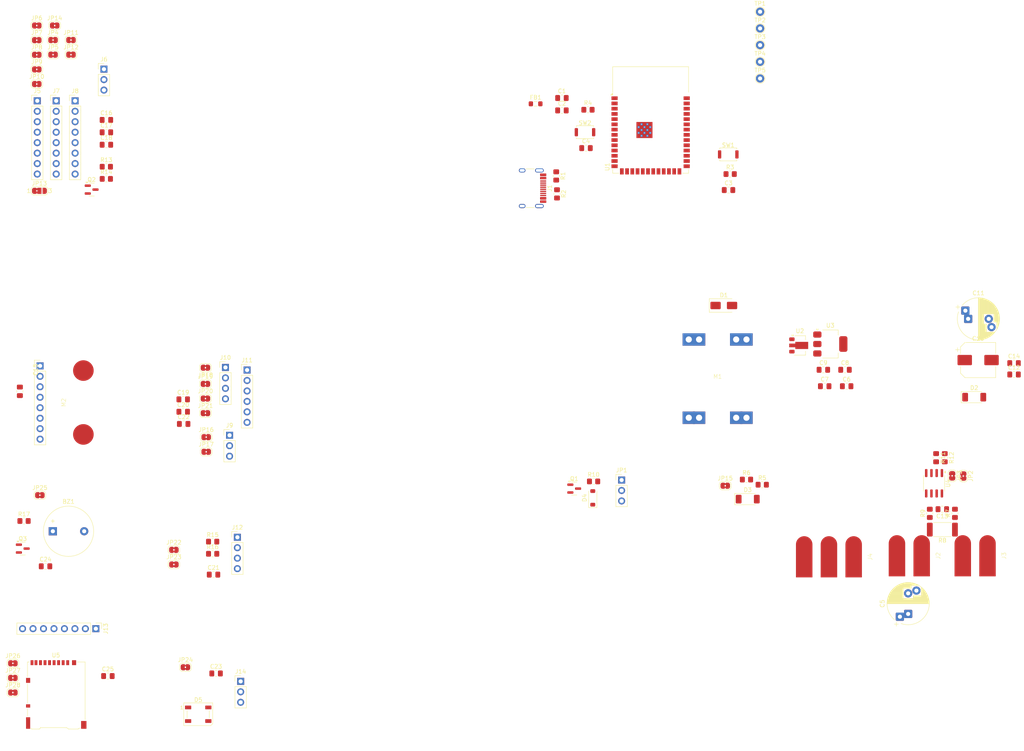
<source format=kicad_pcb>
(kicad_pcb (version 20241229) (generator "pcbnew") (generator_version "9.0")
  (layers (0 "F.Cu" signal) (2 "B.Cu" signal) (13 "F.Paste" user) (15 "B.Paste" user) (5 "F.SilkS" user "F.Silkscreen") (7 "B.SilkS" user "B.Silkscreen") (1 "F.Mask" user) (3 "B.Mask" user) (25 "Edge.Cuts" user))
  (net 0 "")
  (net 1 "Net-(BZ1--)")
  (net 2 "+5V")
  (net 3 "+3V3")
  (net 4 "GND")
  (net 5 "/MCU/GPIO0")
  (net 6 "/MCU/EN")
  (net 7 "VOUT")
  (net 8 "Net-(U4-IN+)")
  (net 9 "Net-(U4-IN-)")
  (net 10 "Net-(J7-Pin_1)")
  (net 11 "VIN")
  (net 12 "Net-(D1-K)")
  (net 13 "/Peripheral/ADC-Voltage")
  (net 14 "/Power/+5Vusb")
  (net 15 "/Peripheral/LED")
  (net 16 "Net-(D5-DOUT)")
  (net 17 "/MCU/USB_D-")
  (net 18 "Net-(J1-CC2)")
  (net 19 "/MCU/USB_D+")
  (net 20 "Net-(J1-CC1)")
  (net 23 "/Peripheral/ServoOutput6")
  (net 24 "/Peripheral/ServoOutput7")
  (net 25 "/Peripheral/ServoOutput5")
  (net 26 "/Peripheral/ServoOutput4")
  (net 27 "/Peripheral/ServoOutput8")
  (net 28 "/Peripheral/ServoOutput1")
  (net 29 "/Peripheral/ServoOutput3")
  (net 30 "/Peripheral/ServoOutput2")
  (net 31 "/Peripheral/RCin-Non_Inv")
  (net 32 "/Peripheral/5V")
  (net 33 "/Peripheral/U0-TX")
  (net 34 "/Peripheral/U0-RX")
  (net 35 "/Peripheral/U1-RX")
  (net 36 "/Peripheral/U1-TX")
  (net 37 "/Peripheral/SCL")
  (net 38 "/Peripheral/U2-RX")
  (net 39 "/Peripheral/SDA")
  (net 40 "/Peripheral/U2-TX")
  (net 41 "/Peripheral/SD-CMD")
  (net 42 "/Peripheral/SD-DAT0")
  (net 43 "/Peripheral/SD-DAT1")
  (net 44 "/Peripheral/SD-DAT3")
  (net 45 "/Peripheral/SD-CLK")
  (net 46 "/Peripheral/SD-DAT2")
  (net 47 "/Power/+5Vreg")
  (net 48 "Net-(JP2-A)")
  (net 49 "Net-(JP3-A)")
  (net 50 "/MCU/GPIO35")
  (net 51 "/MCU/GPIO36")
  (net 52 "/MCU/GPIO37")
  (net 53 "/MCU/GPIO38")
  (net 54 "/MCU/GPIO39")
  (net 55 "/MCU/GPIO40")
  (net 56 "/MCU/GPIO41")
  (net 57 "/MCU/GPIO42")
  (net 58 "/MCU/GPIO21")
  (net 59 "/Peripheral/RCin")
  (net 60 "/Peripheral/RCin_Inv")
  (net 61 "/MCU/GPIO4")
  (net 62 "/MCU/GPIO43")
  (net 63 "/MCU/GPIO44")
  (net 64 "/MCU/GPIO6")
  (net 65 "/MCU/GPIO7")
  (net 66 "/MCU/GPIO16")
  (net 67 "/MCU/GPIO17")
  (net 68 "/MCU/GPIO47")
  (net 69 "/MCU/GPIO48")
  (net 70 "/MCU/GPIO18")
  (net 71 "/Peripheral/BUZZER")
  (net 72 "/MCU/GPIO8")
  (net 73 "/MCU/GPIO15")
  (net 74 "/MCU/GPIO14")
  (net 75 "/MCU/GPIO2")
  (net 76 "/MCU/GPIO12")
  (net 77 "/MCU/GPIO11")
  (net 78 "/MCU/GPIO9")
  (net 80 "/MCU/GPIO13")
  (net 81 "/MCU/GPIO10")
  (net 82 "Net-(Q2-B)")
  (net 83 "Net-(Q3-B)")
  (net 84 "/MCU/GPIO3")
  (net 85 "/MCU/GPIO45")
  (net 86 "/MCU/GPIO46")
  (net 87 "/MCU/GPIO1")
  (net 88 "/MCU/GPIO5")
  (net 89 "/MCU/+3V3p")
  (footprint "Connector_PinHeader_2.54mm:PinHeader_1x08_P2.54mm_Vertical" (layer "F.Cu") (at 25.56 36.77)
    (property "Reference" "J7" (at 0 -2.38 0) (layer "F.SilkS"))
    (property "Value" "Vx")
    (pad "1" thru_hole rect (at 0 0) (size 1.7 1.7) (drill 1) (layers "*.Cu" "*.Mask") (net 10 "Net-(J7-Pin_1)"))
    (pad "2" thru_hole circle (at 0 2.54) (size 1.7 1.7) (drill 1) (layers "*.Cu" "*.Mask") (net 10 "Net-(J7-Pin_1)"))
    (pad "3" thru_hole circle (at 0 5.08) (size 1.7 1.7) (drill 1) (layers "*.Cu" "*.Mask") (net 10 "Net-(J7-Pin_1)"))
    (pad "4" thru_hole circle (at 0 7.62) (size 1.7 1.7) (drill 1) (layers "*.Cu" "*.Mask") (net 10 "Net-(J7-Pin_1)"))
    (pad "5" thru_hole circle (at 0 10.16) (size 1.7 1.7) (drill 1) (layers "*.Cu" "*.Mask") (net 10 "Net-(J7-Pin_1)"))
    (pad "6" thru_hole circle (at 0 12.7) (size 1.7 1.7) (drill 1) (layers "*.Cu" "*.Mask") (net 10 "Net-(J7-Pin_1)"))
    (pad "7" thru_hole circle (at 0 15.24) (size 1.7 1.7) (drill 1) (layers "*.Cu" "*.Mask") (net 10 "Net-(J7-Pin_1)"))
    (pad "8" thru_hole circle (at 0 17.78) (size 1.7 1.7) (drill 1) (layers "*.Cu" "*.Mask") (net 10 "Net-(J7-Pin_1)"))
  )
  (footprint "Jumper:SolderJumper-2_P1.3mm_Bridged2Bar_RoundedPad1.0x1.5mm" (layer "F.Cu") (at 61.9465 118.41)
    (property "Reference" "JP16" (at 0 -1.8 0) (layer "F.SilkS"))
    (property "Value" "R_Small")
    (fp_poly (pts (xy -0.25 -0.6) (xy 0.25 -0.6) (xy 0.25 -0.2) (xy -0.25 -0.2)) (fill yes) (layer "F.Cu"))
    (fp_poly (pts (xy -0.25 0.2) (xy 0.25 0.2) (xy 0.25 0.6) (xy -0.25 0.6)) (fill yes) (layer "F.Cu"))
    (pad "1" smd custom (at -0.65 0) (size 1 0.5) (layers "F.Cu" "F.Mask") (net 33 "/Peripheral/U0-TX") (options (clearance outline) (anchor rect)) (primitives (gr_circle (center 0 0.25) (end 0.5 0.25) (width 0) (fill yes)) (gr_circle (center 0 -0.25) (end 0.5 -0.25) (width 0) (fill yes)) (gr_poly (pts (xy 0.5 0.75) (xy 0 0.75) (xy 0 -0.75) (xy 0.5 -0.75)) (width 0) (fill yes))))
    (pad "2" smd custom (at 0.65 0) (size 1 0.5) (layers "F.Cu" "F.Mask") (net 62 "/MCU/GPIO43") (options (clearance outline) (anchor rect)) (primitives (gr_circle (center 0 0.25) (end 0.5 0.25) (width 0) (fill yes)) (gr_circle (center 0 -0.25) (end 0.5 -0.25) (width 0) (fill yes)) (gr_poly (pts (xy 0 0.75) (xy -0.5 0.75) (xy -0.5 -0.75) (xy 0 -0.75)) (width 0) (fill yes))))
  )
  (footprint "Connector_PinHeader_2.54mm:PinHeader_1x03_P2.54mm_Vertical" (layer "F.Cu") (at 70.3075 177.685)
    (property "Reference" "J14" (at 0 -2.38 0) (layer "F.SilkS"))
    (property "Value" "LED out")
    (pad "1" thru_hole rect (at 0 0) (size 1.7 1.7) (drill 1) (layers "*.Cu" "*.Mask") (net 32 "/Peripheral/5V"))
    (pad "2" thru_hole circle (at 0 2.54) (size 1.7 1.7) (drill 1) (layers "*.Cu" "*.Mask") (net 16 "Net-(D5-DOUT)"))
    (pad "3" thru_hole circle (at 0 5.08) (size 1.7 1.7) (drill 1) (layers "*.Cu" "*.Mask") (net 4 "GND"))
  )
  (footprint "Capacitor_SMD:C_0805_2012Metric_Pad1.18x1.45mm_HandSolder" (layer "F.Cu") (at 257.901967 103.2)
    (property "Reference" "C12" (at 0 -1.68 0) (layer "F.SilkS"))
    (property "Value" "100nF")
    (pad "1" smd roundrect (at -1.0375 0) (size 1.175 1.45) (layers "F.Cu" "F.Mask" "F.Paste") (roundrect_rratio 0.212766) (net 2 "+5V"))
    (pad "2" smd roundrect (at 1.0375 0) (size 1.175 1.45) (layers "F.Cu" "F.Mask" "F.Paste") (roundrect_rratio 0.212766) (net 4 "GND"))
  )
  (footprint "Package_TO_SOT_SMD:SOT-23" (layer "F.Cu") (at 17.45 145.46)
    (property "Reference" "Q3" (at 0 -2.4 0) (layer "F.SilkS"))
    (property "Value" "BC847")
    (pad "1" smd roundrect (at -0.9375 -0.95) (size 1.475 0.6) (layers "F.Cu" "F.Mask" "F.Paste") (net 83 "Net-(Q3-B)"))
    (pad "2" smd roundrect (at -0.9375 0.95) (size 1.475 0.6) (layers "F.Cu" "F.Mask" "F.Paste") (net 4 "GND"))
    (pad "3" smd roundrect (at 0.9375 0) (size 1.475 0.6) (layers "F.Cu" "F.Mask" "F.Paste") (net 1 "Net-(BZ1--)"))
  )
  (footprint "TestPoint:TestPoint_THTPad_D2.0mm_Drill1.0mm" (layer "F.Cu") (at 196.3 27.3)
    (property "Reference" "TP4" (at 0 -1.998 0) (layer "F.SilkS"))
    (property "Value" "GPIO1")
    (pad "1" thru_hole circle (at 0 0) (size 2 2) (drill 1) (layers "*.Cu" "*.Mask") (net 87 "/MCU/GPIO1"))
  )
  (footprint "TestPoint:TestPoint_THTPad_D2.0mm_Drill1.0mm" (layer "F.Cu") (at 196.3 31.35)
    (property "Reference" "TP5" (at 0 -1.998 0) (layer "F.SilkS"))
    (property "Value" "GPIO5")
    (pad "1" thru_hole circle (at 0 0) (size 2 2) (drill 1) (layers "*.Cu" "*.Mask") (net 88 "/MCU/GPIO5"))
  )
  (footprint "Resistor_SMD:R_0805_2012Metric_Pad1.20x1.40mm_HandSolder" (layer "F.Cu") (at 239 123.4 -90)
    (property "Reference" "R11" (at 0 -1.65 90) (layer "F.SilkS"))
    (property "Value" "10k")
    (pad "1" smd roundrect (at -1 0 270) (size 1.2 1.4) (layers "F.Cu" "F.Mask" "F.Paste") (roundrect_rratio 0.208333) (net 2 "+5V"))
    (pad "2" smd roundrect (at 1 0 270) (size 1.2 1.4) (layers "F.Cu" "F.Mask" "F.Paste") (roundrect_rratio 0.208333) (net 48 "Net-(JP2-A)"))
  )
  (footprint "Capacitor_SMD:C_0805_2012Metric_Pad1.18x1.45mm_HandSolder" (layer "F.Cu") (at 211.9735 106.053)
    (property "Reference" "C7" (at 0 -1.68 0) (layer "F.SilkS"))
    (property "Value" "22uF")
    (pad "1" smd roundrect (at -1.0375 0) (size 1.175 1.45) (layers "F.Cu" "F.Mask" "F.Paste") (roundrect_rratio 0.212766) (net 2 "+5V"))
    (pad "2" smd roundrect (at 1.0375 0) (size 1.175 1.45) (layers "F.Cu" "F.Mask" "F.Paste") (roundrect_rratio 0.212766) (net 4 "GND"))
  )
  (footprint "Package_TO_SOT_SMD:SOT-89-3" (layer "F.Cu") (at 205.966 96.148)
    (property "Reference" "U2" (at 0 -3.5 0) (layer "F.SilkS"))
    (property "Value" "AMS1117-3.3")
    (pad "1" smd roundrect (at -1.95 -1.5) (size 1.3 0.9) (layers "F.Cu" "F.Mask" "F.Paste") (net 4 "GND"))
    (pad "2" smd custom (at -1.8625 0) (size 1.475 0.9) (layers "F.Cu" "F.Mask" "F.Paste") (net 3 "+3V3") (options (clearance outline) (anchor rect)) (primitives (gr_poly (pts (xy 3.8625 0.8665) (xy 0.7375 0.8665) (xy 0.7375 -0.8665) (xy 3.8625 -0.8665)) (width 0) (fill yes))))
    (pad "3" smd roundrect (at -1.95 1.5) (size 1.3 0.9) (layers "F.Cu" "F.Mask" "F.Paste") (net 2 "+5V"))
  )
  (footprint "TestPoint:TestPoint_THTPad_D2.0mm_Drill1.0mm" (layer "F.Cu") (at 196.3 19.2)
    (property "Reference" "TP2" (at 0 -1.998 0) (layer "F.SilkS"))
    (property "Value" "GPIO45")
    (pad "1" thru_hole circle (at 0 0) (size 2 2) (drill 1) (layers "*.Cu" "*.Mask") (net 85 "/MCU/GPIO45"))
  )
  (footprint "Jumper:SolderJumper-2_P1.3mm_Bridged2Bar_RoundedPad1.0x1.5mm" (layer "F.Cu") (at 15.055 176.855)
    (property "Reference" "JP27" (at 0 -1.8 0) (layer "F.SilkS"))
    (property "Value" "R_Small")
    (fp_poly (pts (xy -0.25 -0.6) (xy 0.25 -0.6) (xy 0.25 -0.2) (xy -0.25 -0.2)) (fill yes) (layer "F.Cu"))
    (fp_poly (pts (xy -0.25 0.2) (xy 0.25 0.2) (xy 0.25 0.6) (xy -0.25 0.6)) (fill yes) (layer "F.Cu"))
    (pad "1" smd custom (at -0.65 0) (size 1 0.5) (layers "F.Cu" "F.Mask") (net 45 "/Peripheral/SD-CLK") (options (clearance outline) (anchor rect)) (primitives (gr_circle (center 0 0.25) (end 0.5 0.25) (width 0) (fill yes)) (gr_circle (center 0 -0.25) (end 0.5 -0.25) (width 0) (fill yes)) (gr_poly (pts (xy 0.5 0.75) (xy 0 0.75) (xy 0 -0.75) (xy 0.5 -0.75)) (width 0) (fill yes))))
    (pad "2" smd custom (at 0.65 0) (size 1 0.5) (layers "F.Cu" "F.Mask") (net 74 "/MCU/GPIO14") (options (clearance outline) (anchor rect)) (primitives (gr_circle (center 0 0.25) (end 0.5 0.25) (width 0) (fill yes)) (gr_circle (center 0 -0.25) (end 0.5 -0.25) (width 0) (fill yes)) (gr_poly (pts (xy 0 0.75) (xy -0.5 0.75) (xy -0.5 -0.75) (xy 0 -0.75)) (width 0) (fill yes))))
  )
  (footprint "Resistor_SMD:R_0805_2012Metric_Pad1.20x1.40mm_HandSolder" (layer "F.Cu") (at 193 128.7)
    (property "Reference" "R6" (at 0 -1.65 0) (layer "F.SilkS"))
    (property "Value" "10k")
    (pad "1" smd roundrect (at -1 0) (size 1.2 1.4) (layers "F.Cu" "F.Mask" "F.Paste") (roundrect_rratio 0.208333) (net 13 "/Peripheral/ADC-Voltage"))
    (pad "2" smd roundrect (at 1 0) (size 1.2 1.4) (layers "F.Cu" "F.Mask" "F.Paste") (roundrect_rratio 0.208333) (net 4 "GND"))
  )
  (footprint "Jumper:SolderJumper-2_P1.3mm_Bridged2Bar_RoundedPad1.0x1.5mm" (layer "F.Cu") (at 54.1125 149.32)
    (property "Reference" "JP23" (at 0 -1.8 0) (layer "F.SilkS"))
    (property "Value" "R_Small")
    (fp_poly (pts (xy -0.25 -0.6) (xy 0.25 -0.6) (xy 0.25 -0.2) (xy -0.25 -0.2)) (fill yes) (layer "F.Cu"))
    (fp_poly (pts (xy -0.25 0.2) (xy 0.25 0.2) (xy 0.25 0.6) (xy -0.25 0.6)) (fill yes) (layer "F.Cu"))
    (pad "1" smd custom (at -0.65 0) (size 1 0.5) (layers "F.Cu" "F.Mask") (net 39 "/Peripheral/SDA") (options (clearance outline) (anchor rect)) (primitives (gr_circle (center 0 0.25) (end 0.5 0.25) (width 0) (fill yes)) (gr_circle (center 0 -0.25) (end 0.5 -0.25) (width 0) (fill yes)) (gr_poly (pts (xy 0.5 0.75) (xy 0 0.75) (xy 0 -0.75) (xy 0.5 -0.75)) (width 0) (fill yes))))
    (pad "2" smd custom (at 0.65 0) (size 1 0.5) (layers "F.Cu" "F.Mask") (net 69 "/MCU/GPIO48") (options (clearance outline) (anchor rect)) (primitives (gr_circle (center 0 0.25) (end 0.5 0.25) (width 0) (fill yes)) (gr_circle (center 0 -0.25) (end 0.5 -0.25) (width 0) (fill yes)) (gr_poly (pts (xy 0 0.75) (xy -0.5 0.75) (xy -0.5 -0.75) (xy 0 -0.75)) (width 0) (fill yes))))
  )
  (footprint "Jumper:SolderJumper-2_P1.3mm_Bridged2Bar_RoundedPad1.0x1.5mm" (layer "F.Cu") (at 61.7665 105.49)
    (property "Reference" "JP19" (at 0 -1.8 0) (layer "F.SilkS"))
    (property "Value" "R_Small")
    (fp_poly (pts (xy -0.25 -0.6) (xy 0.25 -0.6) (xy 0.25 -0.2) (xy -0.25 -0.2)) (fill yes) (layer "F.Cu"))
    (fp_poly (pts (xy -0.25 0.2) (xy 0.25 0.2) (xy 0.25 0.6) (xy -0.25 0.6)) (fill yes) (layer "F.Cu"))
    (pad "1" smd custom (at -0.65 0) (size 1 0.5) (layers "F.Cu" "F.Mask") (net 35 "/Peripheral/U1-RX") (options (clearance outline) (anchor rect)) (primitives (gr_circle (center 0 0.25) (end 0.5 0.25) (width 0) (fill yes)) (gr_circle (center 0 -0.25) (end 0.5 -0.25) (width 0) (fill yes)) (gr_poly (pts (xy 0.5 0.75) (xy 0 0.75) (xy 0 -0.75) (xy 0.5 -0.75)) (width 0) (fill yes))))
    (pad "2" smd custom (at 0.65 0) (size 1 0.5) (layers "F.Cu" "F.Mask") (net 65 "/MCU/GPIO7") (options (clearance outline) (anchor rect)) (primitives (gr_circle (center 0 0.25) (end 0.5 0.25) (width 0) (fill yes)) (gr_circle (center 0 -0.25) (end 0.5 -0.25) (width 0) (fill yes)) (gr_poly (pts (xy 0 0.75) (xy -0.5 0.75) (xy -0.5 -0.75) (xy 0 -0.75)) (width 0) (fill yes))))
  )
  (footprint "Connector_PinHeader_2.54mm:PinHeader_1x03_P2.54mm_Vertical" (layer "F.Cu") (at 37.14 29.09)
    (property "Reference" "J6" (at 0 -2.38 0) (layer "F.SilkS"))
    (property "Value" "RC in")
    (pad "1" thru_hole rect (at 0 0) (size 1.7 1.7) (drill 1) (layers "*.Cu" "*.Mask") (net 4 "GND"))
    (pad "2" thru_hole circle (at 0 2.54) (size 1.7 1.7) (drill 1) (layers "*.Cu" "*.Mask") (net 32 "/Peripheral/5V"))
    (pad "3" thru_hole circle (at 0 5.08) (size 1.7 1.7) (drill 1) (layers "*.Cu" "*.Mask") (net 31 "/Peripheral/RCin-Non_Inv"))
  )
  (footprint "Resistor_SMD:R_0805_2012Metric_Pad1.20x1.40mm_HandSolder" (layer "F.Cu") (at 146.85 55.01 -90)
    (property "Reference" "R1" (at 0 -1.65 90) (layer "F.SilkS"))
    (property "Value" "5k1")
    (pad "1" smd roundrect (at -1 0 270) (size 1.2 1.4) (layers "F.Cu" "F.Mask" "F.Paste") (roundrect_rratio 0.208333) (net 18 "Net-(J1-CC2)"))
    (pad "2" smd roundrect (at 1 0 270) (size 1.2 1.4) (layers "F.Cu" "F.Mask" "F.Paste") (roundrect_rratio 0.208333) (net 4 "GND"))
  )
  (footprint "Capacitor_THT:CP_Radial_D10.0mm_P5.00mm_P7.50mm" (layer "F.Cu") (at 232.216 161.320144 90)
    (property "Reference" "C5" (at 2.5 -6.25 90) (layer "F.SilkS"))
    (property "Value" "1000uF")
    (pad "1" thru_hole roundrect (at -0.672144 -2 90) (size 2 2) (drill 1) (layers "*.Cu" "*.Mask") (roundrect_rratio 0.125) (net 7 "VOUT"))
    (pad "1" thru_hole roundrect (at 0 0 90) (size 2 2) (drill 1) (layers "*.Cu" "*.Mask") (roundrect_rratio 0.125) (net 7 "VOUT"))
    (pad "2" thru_hole circle (at 5 0 90) (size 2 2) (drill 1) (layers "*.Cu" "*.Mask") (net 4 "GND"))
    (pad "2" thru_hole circle (at 5.672144 2 90) (size 2 2) (drill 1) (layers "*.Cu" "*.Mask") (net 4 "GND"))
  )
  (footprint "Resistor_SMD:R_0805_2012Metric_Pad1.20x1.40mm_HandSolder" (layer "F.Cu") (at 63.5125 143.77)
    (property "Reference" "R15" (at 0 -1.65 0) (layer "F.SilkS"))
    (property "Value" "1k")
    (pad "1" smd roundrect (at -1 0) (size 1.2 1.4) (layers "F.Cu" "F.Mask" "F.Paste") (roundrect_rratio 0.208333) (net 3 "+3V3"))
    (pad "2" smd roundrect (at 1 0) (size 1.2 1.4) (layers "F.Cu" "F.Mask" "F.Paste") (roundrect_rratio 0.208333) (net 37 "/Peripheral/SCL"))
  )
  (footprint "Jumper:SolderJumper-2_P1.3mm_Bridged2Bar_RoundedPad1.0x1.5mm" (layer "F.Cu") (at 54.1125 145.77)
    (property "Reference" "JP22" (at 0 -1.8 0) (layer "F.SilkS"))
    (property "Value" "R_Small")
    (fp_poly (pts (xy -0.25 -0.6) (xy 0.25 -0.6) (xy 0.25 -0.2) (xy -0.25 -0.2)) (fill yes) (layer "F.Cu"))
    (fp_poly (pts (xy -0.25 0.2) (xy 0.25 0.2) (xy 0.25 0.6) (xy -0.25 0.6)) (fill yes) (layer "F.Cu"))
    (pad "1" smd custom (at -0.65 0) (size 1 0.5) (layers "F.Cu" "F.Mask") (net 37 "/Peripheral/SCL") (options (clearance outline) (anchor rect)) (primitives (gr_circle (center 0 0.25) (end 0.5 0.25) (width 0) (fill yes)) (gr_circle (center 0 -0.25) (end 0.5 -0.25) (width 0) (fill yes)) (gr_poly (pts (xy 0.5 0.75) (xy 0 0.75) (xy 0 -0.75) (xy 0.5 -0.75)) (width 0) (fill yes))))
    (pad "2" smd custom (at 0.65 0) (size 1 0.5) (layers "F.Cu" "F.Mask") (net 68 "/MCU/GPIO47") (options (clearance outline) (anchor rect)) (primitives (gr_circle (center 0 0.25) (end 0.5 0.25) (width 0) (fill yes)) (gr_circle (center 0 -0.25) (end 0.5 -0.25) (width 0) (fill yes)) (gr_poly (pts (xy 0 0.75) (xy -0.5 0.75) (xy -0.5 -0.75) (xy 0 -0.75)) (width 0) (fill yes))))
  )
  (footprint "Capacitor_SMD:C_0805_2012Metric_Pad1.18x1.45mm_HandSolder" (layer "F.Cu") (at 63.725 151.77)
    (property "Reference" "C21" (at 0 -1.68 0) (layer "F.SilkS"))
    (property "Value" "100nF")
    (pad "1" smd roundrect (at -1.0375 0) (size 1.175 1.45) (layers "F.Cu" "F.Mask" "F.Paste") (roundrect_rratio 0.212766) (net 2 "+5V"))
    (pad "2" smd roundrect (at 1.0375 0) (size 1.175 1.45) (layers "F.Cu" "F.Mask" "F.Paste") (roundrect_rratio 0.212766) (net 4 "GND"))
  )
  (footprint "Capacitor_SMD:C_0805_2012Metric_Pad1.18x1.45mm_HandSolder" (layer "F.Cu") (at 22.975 149.76)
    (property "Reference" "C24" (at 0 -1.68 0) (layer "F.SilkS"))
    (property "Value" "100nF")
    (pad "1" smd roundrect (at -1.0375 0) (size 1.175 1.45) (layers "F.Cu" "F.Mask" "F.Paste") (roundrect_rratio 0.212766) (net 2 "+5V"))
    (pad "2" smd roundrect (at 1.0375 0) (size 1.175 1.45) (layers "F.Cu" "F.Mask" "F.Paste") (roundrect_rratio 0.212766) (net 4 "GND"))
  )
  (footprint "Power Pads:PP_03x" (layer "F.Cu") (at 219 147.45 90)
    (property "Reference" "J4" (at 0 4 90) (layer "F.SilkS") (effects (font (thickness 0.1))))
    (property "Value" "GND")
    (pad "1" smd roundrect (at 0 -12 90) (size 10 4) (layers "F.Cu" "F.Mask" "F.Paste") (roundrect_rratio 0.5) (chamfer_ratio 0.01) (chamfer top_left bottom_left) (net 4 "GND"))
    (pad "2" smd roundrect (at 0 -6 90) (size 10 4) (layers "F.Cu" "F.Mask" "F.Paste") (roundrect_rratio 0.5) (chamfer_ratio 0.01) (chamfer top_left bottom_left) (net 4 "GND"))
    (pad "3" smd roundrect (at 0 0 90) (size 10 4) (layers "F.Cu" "F.Mask" "F.Paste") (roundrect_rratio 0.5) (chamfer_ratio 0.01) (chamfer top_left bottom_left) (net 4 "GND"))
  )
  (footprint "Resistor_SMD:R_0805_2012Metric_Pad1.20x1.40mm_HandSolder" (layer "F.Cu") (at 241.1 123.4 -90)
    (property "Reference" "R12" (at 0 -1.65 90) (layer "F.SilkS"))
    (property "Value" "10k")
    (pad "1" smd roundrect (at -1 0 270) (size 1.2 1.4) (layers "F.Cu" "F.Mask" "F.Paste") (roundrect_rratio 0.208333) (net 2 "+5V"))
    (pad "2" smd roundrect (at 1 0 270) (size 1.2 1.4) (layers "F.Cu" "F.Mask" "F.Paste") (roundrect_rratio 0.208333) (net 49 "Net-(JP3-A)"))
  )
  (footprint "Package_TO_SOT_SMD:SOT-23" (layer "F.Cu") (at 34.1575 58.32)
    (property "Reference" "Q2" (at 0 -2.4 0) (layer "F.SilkS"))
    (property "Value" "BC847")
    (pad "1" smd roundrect (at -0.9375 -0.95) (size 1.475 0.6) (layers "F.Cu" "F.Mask" "F.Paste") (net 82 "Net-(Q2-B)"))
    (pad "2" smd roundrect (at -0.9375 0.95) (size 1.475 0.6) (layers "F.Cu" "F.Mask" "F.Paste") (net 4 "GND"))
    (pad "3" smd roundrect (at 0.9375 0) (size 1.475 0.6) (layers "F.Cu" "F.Mask" "F.Paste") (net 60 "/Peripheral/RCin_Inv"))
  )
  (footprint "Jumper:SolderJumper-2_P1.3mm_Bridged2Bar_RoundedPad1.0x1.5mm" (layer "F.Cu") (at 56.9075 174.265)
    (property "Reference" "JP24" (at 0 -1.8 0) (layer "F.SilkS"))
    (property "Value" "R_Small")
    (fp_poly (pts (xy -0.25 -0.6) (xy 0.25 -0.6) (xy 0.25 -0.2) (xy -0.25 -0.2)) (fill yes) (layer "F.Cu"))
    (fp_poly (pts (xy -0.25 0.2) (xy 0.25 0.2) (xy 0.25 0.6) (xy -0.25 0.6)) (fill yes) (layer "F.Cu"))
    (pad "1" smd custom (at -0.65 0) (size 1 0.5) (layers "F.Cu" "F.Mask") (net 15 "/Peripheral/LED") (options (clearance outline) (anchor rect)) (primitives (gr_circle (center 0 0.25) (end 0.5 0.25) (width 0) (fill yes)) (gr_circle (center 0 -0.25) (end 0.5 -0.25) (width 0) (fill yes)) (gr_poly (pts (xy 0.5 0.75) (xy 0 0.75) (xy 0 -0.75) (xy 0.5 -0.75)) (width 0) (fill yes))))
    (pad "2" smd custom (at 0.65 0) (size 1 0.5) (layers "F.Cu" "F.Mask") (net 70 "/MCU/GPIO18") (options (clearance outline) (anchor rect)) (primitives (gr_circle (center 0 0.25) (end 0.5 0.25) (width 0) (fill yes)) (gr_circle (center 0 -0.25) (end 0.5 -0.25) (width 0) (fill yes)) (gr_poly (pts (xy 0 0.75) (xy -0.5 0.75) (xy -0.5 -0.75) (xy 0 -0.75)) (width 0) (fill yes))))
  )
  (footprint "Button_Switch_SMD:SW_Push_SPST_NO_Alps_SKRK" (layer "F.Cu") (at 153.83 44.39)
    (property "Reference" "SW2" (at 0 -2.25 0) (layer "F.SilkS"))
    (property "Value" "SW_Push")
    (pad "1" smd roundrect (at -2.1 0) (size 0.8 2) (layers "F.Cu" "F.Mask" "F.Paste") (net 4 "GND"))
    (pad "2" smd roundrect (at 2.1 0) (size 0.8 2) (layers "F.Cu" "F.Mask" "F.Paste") (net 6 "/MCU/EN"))
  )
  (footprint "Jumper:SolderJumper-2_P1.3mm_Bridged2Bar_RoundedPad1.0x1.5mm" (layer "F.Cu") (at 24.8 25.57)
    (property "Reference" "JP5" (at 0 -1.8 0) (layer "F.SilkS"))
    (property "Value" "R_Small")
    (fp_poly (pts (xy -0.25 -0.6) (xy 0.25 -0.6) (xy 0.25 -0.2) (xy -0.25 -0.2)) (fill yes) (layer "F.Cu"))
    (fp_poly (pts (xy -0.25 0.2) (xy 0.25 0.2) (xy 0.25 0.6) (xy -0.25 0.6)) (fill yes) (layer "F.Cu"))
    (pad "1" smd custom (at -0.65 0) (size 1 0.5) (layers "F.Cu" "F.Mask") (net 30 "/Peripheral/ServoOutput2") (options (clearance outline) (anchor rect)) (primitives (gr_circle (center 0 0.25) (end 0.5 0.25) (width 0) (fill yes)) (gr_circle (center 0 -0.25) (end 0.5 -0.25) (width 0) (fill yes)) (gr_poly (pts (xy 0.5 0.75) (xy 0 0.75) (xy 0 -0.75) (xy 0.5 -0.75)) (width 0) (fill yes))))
    (pad "2" smd custom (at 0.65 0) (size 1 0.5) (layers "F.Cu" "F.Mask") (net 51 "/MCU/GPIO36") (options (clearance outline) (anchor rect)) (primitives (gr_circle (center 0 0.25) (end 0.5 0.25) (width 0) (fill yes)) (gr_circle (center 0 -0.25) (end 0.5 -0.25) (width 0) (fill yes)) (gr_poly (pts (xy 0 0.75) (xy -0.5 0.75) (xy -0.5 -0.75) (xy 0 -0.75)) (width 0) (fill yes))))
  )
  (footprint "Capacitor_SMD:C_0805_2012Metric_Pad1.18x1.45mm_HandSolder" (layer "F.Cu") (at 257.901967 100.45)
    (property "Reference" "C14" (at 0 -1.68 0) (layer "F.SilkS"))
    (property "Value" "100nF")
    (pad "1" smd roundrect (at -1.0375 0) (size 1.175 1.45) (layers "F.Cu" "F.Mask" "F.Paste") (roundrect_rratio 0.212766) (net 2 "+5V"))
    (pad "2" smd roundrect (at 1.0375 0) (size 1.175 1.45) (layers "F.Cu" "F.Mask" "F.Paste") (roundrect_rratio 0.212766) (net 4 "GND"))
  )
  (footprint "Jumper:SolderJumper-2_P1.3mm_Bridged2Bar_RoundedPad1.0x1.5mm" (layer "F.Cu") (at 20.85 32.7)
    (property "Reference" "JP10" (at 0 -1.8 0) (layer "F.SilkS"))
    (property "Value" "R_Small")
    (fp_poly (pts (xy -0.25 -0.6) (xy 0.25 -0.6) (xy 0.25 -0.2) (xy -0.25 -0.2)) (fill yes) (layer "F.Cu"))
    (fp_poly (pts (xy -0.25 0.2) (xy 0.25 0.2) (xy 0.25 0.6) (xy -0.25 0.6)) (fill yes) (layer "F.Cu"))
    (pad "1" smd custom (at -0.65 0) (size 1 0.5) (layers "F.Cu" "F.Mask") (net 24 "/Peripheral/ServoOutput7") (options (clearance outline) (anchor rect)) (primitives (gr_circle (center 0 0.25) (end 0.5 0.25) (width 0) (fill yes)) (gr_circle (center 0 -0.25) (end 0.5 -0.25) (width 0) (fill yes)) (gr_poly (pts (xy 0.5 0.75) (xy 0 0.75) (xy 0 -0.75) (xy 0.5 -0.75)) (width 0) (fill yes))))
    (pad "2" smd custom (at 0.65 0) (size 1 0.5) (layers "F.Cu" "F.Mask") (net 56 "/MCU/GPIO41") (options (clearance outline) (anchor rect)) (primitives (gr_circle (center 0 0.25) (end 0.5 0.25) (width 0) (fill yes)) (gr_circle (center 0 -0.25) (end 0.5 -0.25) (width 0) (fill yes)) (gr_poly (pts (xy 0 0.75) (xy -0.5 0.75) (xy -0.5 -0.75) (xy 0 -0.75)) (width 0) (fill yes))))
  )
  (footprint "Power Pads:PP_02x" (layer "F.Cu") (at 235.5 147.2 90)
    (property "Reference" "J2" (at 0 4 90) (layer "F.SilkS") (effects (font (thickness 0.1))))
    (property "Value" "VOUT")
    (pad "1" smd roundrect (at 0 -6 90) (size 10 4) (layers "F.Cu" "F.Mask" "F.Paste") (roundrect_rratio 0.5) (chamfer_ratio 0.01) (chamfer top_left bottom_left) (net 7 "VOUT"))
    (pad "2" smd roundrect (at 0 0 90) (size 10 4) (layers "F.Cu" "F.Mask" "F.Paste") (roundrect_rratio 0.5) (chamfer_ratio 0.01) (chamfer top_left bottom_left) (net 7 "VOUT"))
  )
  (footprint "Connector_PinHeader_2.54mm:PinHeader_1x04_P2.54mm_Vertical" (layer "F.Cu") (at 69.5125 142.71)
    (property "Reference" "J12" (at 0 -2.38 0) (layer "F.SilkS"))
    (property "Value" "I2C")
    (pad "1" thru_hole rect (at 0 0) (size 1.7 1.7) (drill 1) (layers "*.Cu" "*.Mask") (net 37 "/Peripheral/SCL"))
    (pad "2" thru_hole circle (at 0 2.54) (size 1.7 1.7) (drill 1) (layers "*.Cu" "*.Mask") (net 39 "/Peripheral/SDA"))
    (pad "3" thru_hole circle (at 0 5.08) (size 1.7 1.7) (drill 1) (layers "*.Cu" "*.Mask") (net 4 "GND"))
    (pad "4" thru_hole circle (at 0 7.62) (size 1.7 1.7) (drill 1) (layers "*.Cu" "*.Mask") (net 32 "/Peripheral/5V"))
  )
  (footprint "Resistor_SMD:R_0805_2012Metric_Pad1.20x1.40mm_HandSolder" (layer "F.Cu") (at 37.72 55.72)
    (property "Reference" "R14" (at 0 -1.65 0) (layer "F.SilkS"))
    (property "Value" "1k")
    (pad "1" smd roundrect (at -1 0) (size 1.2 1.4) (layers "F.Cu" "F.Mask" "F.Paste") (roundrect_rratio 0.208333) (net 31 "/Peripheral/RCin-Non_Inv"))
    (pad "2" smd roundrect (at 1 0) (size 1.2 1.4) (layers "F.Cu" "F.Mask" "F.Paste") (roundrect_rratio 0.208333) (net 82 "Net-(Q2-B)"))
  )
  (footprint "Clone _MP1584_ module:Clone _MP1584_ module" (layer "F.Cu") (at 186 104.2)
    (property "Reference" "M1" (at 0 -0.5 0) (layer "F.SilkS") (effects (font (thickness 0.1))))
    (property "Value" "Clone \"MP1584\" module")
    (pad "1" thru_hole rect (at 4.5 -9.5) (size 3 3) (drill 1.5) (layers "*.Cu" "*.Mask") (net 4 "GND"))
    (pad "1" thru_hole rect (at 4.5 9.5) (size 3 3) (drill 1.5) (layers "*.Cu" "*.Mask") (net 4 "GND"))
    (pad "1" thru_hole rect (at 7 -9.5) (size 3 3) (drill 1.5) (layers "*.Cu" "*.Mask") (net 4 "GND"))
    (pad "1" thru_hole rect (at 7 9.5) (size 3 3) (drill 1.5) (layers "*.Cu" "*.Mask") (net 4 "GND"))
    (pad "2" thru_hole rect (at -7 -9.5) (size 3 3) (drill 1.5) (layers "*.Cu" "*.Mask") (net 12 "Net-(D1-K)"))
    (pad "2" thru_hole rect (at -4.5 -9.5) (size 3 3) (drill 1.5) (layers "*.Cu" "*.Mask") (net 12 "Net-(D1-K)"))
    (pad "3" thru_hole rect (at -7 9.5) (size 3 3) (drill 1.5) (layers "*.Cu" "*.Mask") (net 47 "/Power/+5Vreg"))
    (pad "3" thru_hole rect (at -4.5 9.5) (size 3 3) (drill 1.5) (layers "*.Cu" "*.Mask") (net 47 "/Power/+5Vreg"))
  )
  (footprint "Connector_PinHeader_2.54mm:PinHeader_1x04_P2.54mm_Vertical" (layer "F.Cu") (at 66.6165 101.49)
    (property "Reference" "J10" (at 0 -2.38 0) (layer "F.SilkS"))
    (property "Value" "UART1")
    (pad "1" thru_hole rect (at 0 0) (size 1.7 1.7) (drill 1) (layers "*.Cu" "*.Mask") (net 36 "/Peripheral/U1-TX"))
    (pad "2" thru_hole circle (at 0 2.54) (size 1.7 1.7) (drill 1) (layers "*.Cu" "*.Mask") (net 35 "/Peripheral/U1-RX"))
    (pad "3" thru_hole circle (at 0 5.08) (size 1.7 1.7) (drill 1) (layers "*.Cu" "*.Mask") (net 32 "/Peripheral/5V"))
    (pad "4" thru_hole circle (at 0 7.62) (size 1.7 1.7) (drill 1) (layers "*.Cu" "*.Mask") (net 4 "GND"))
  )
  (footprint "Jumper:SolderJumper-2_P1.3mm_Bridged2Bar_RoundedPad1.0x1.5mm" (layer "F.Cu") (at 61.9465 121.96)
    (property "Reference" "JP17" (at 0 -1.8 0) (layer "F.SilkS"))
    (property "Value" "R_Small")
    (fp_poly (pts (xy -0.25 -0.6) (xy 0.25 -0.6) (xy 0.25 -0.2) (xy -0.25 -0.2)) (fill yes) (layer "F.Cu"))
    (fp_poly (pts (xy -0.25 0.2) (xy 0.25 0.2) (xy 0.25 0.6) (xy -0.25 0.6)) (fill yes) (layer "F.Cu"))
    (pad "1" smd custom (at -0.65 0) (size 1 0.5) (layers "F.Cu" "F.Mask") (net 34 "/Peripheral/U0-RX") (options (clearance outline) (anchor rect)) (primitives (gr_circle (center 0 0.25) (end 0.5 0.25) (width 0) (fill yes)) (gr_circle (center 0 -0.25) (end 0.5 -0.25) (width 0) (fill yes)) (gr_poly (pts (xy 0.5 0.75) (xy 0 0.75) (xy 0 -0.75) (xy 0.5 -0.75)) (width 0) (fill yes))))
    (pad "2" smd custom (at 0.65 0) (size 1 0.5) (layers "F.Cu" "F.Mask") (net 63 "/MCU/GPIO44") (options (clearance outline) (anchor rect)) (primitives (gr_circle (center 0 0.25) (end 0.5 0.25) (width 0) (fill yes)) (gr_circle (center 0 -0.25) (end 0.5 -0.25) (width 0) (fill yes)) (gr_poly (pts (xy 0 0.75) (xy -0.5 0.75) (xy -0.5 -0.75) (xy 0 -0.75)) (width 0) (fill yes))))
  )
  (footprint "Resistor_SMD:R_0805_2012Metric_Pad1.20x1.40mm_HandSolder" (layer "F.Cu") (at 196.82 129.95)
    (property "Reference" "R5" (at 0 -1.65 0) (layer "F.SilkS"))
    (property "Value" "91k")
    (pad "1" smd roundrect (at -1 0) (size 1.2 1.4) (layers "F.Cu" "F.Mask" "F.Paste") (roundrect_rratio 0.208333) (net 7 "VOUT"))
    (pad "2" smd roundrect (at 1 0) (size 1.2 1.4) (layers "F.Cu" "F.Mask" "F.Paste") (roundrect_rratio 0.208333) (net 13 "/Peripheral/ADC-Voltage"))
  )
  (footprint "Resistor_SMD:R_0805_2012Metric_Pad1.20x1.40mm_HandSolder" (layer "F.Cu") (at 155.911 129.158)
    (property "Reference" "R10" (at 0 -1.65 0) (layer "F.SilkS"))
    (property "Value" "10k")
    (pad "1" smd roundrect (at -1 0) (size 1.2 1.4) (layers "F.Cu" "F.Mask" "F.Paste") (roundrect_rratio 0.208333) (net 14 "/Power/+5Vusb"))
    (pad "2" smd roundrect (at 1 0) (size 1.2 1.4) (layers "F.Cu" "F.Mask" "F.Paste") (roundrect_rratio 0.208333) (net 4 "GND"))
  )
  (footprint "Resistor_SMD:R_0805_2012Metric_Pad1.20x1.40mm_HandSolder" (layer "F.Cu") (at 243.566 136.9 90)
    (property "Reference" "R7" (at 0 -1.65 90) (layer "F.SilkS"))
    (property "Value" "10R")
    (pad "1" smd roundrect (at -1 0 90) (size 1.2 1.4) (layers "F.Cu" "F.Mask" "F.Paste") (roundrect_rratio 0.208333) (net 11 "VIN"))
    (pad "2" smd roundrect (at 1 0 90) (size 1.2 1.4) (layers "F.Cu" "F.Mask" "F.Paste") (roundrect_rratio 0.208333) (net 8 "Net-(U4-IN+)"))
  )
  (footprint "GY-90:GY-90" (layer "F.Cu") (at 21.654 110)
    (property "Reference" "M2" (at 5.7404 0 90) (layer "F.SilkS") (effects (font (thickness 0.1))))
    (property "Value" "GY91")
    (pad "1" thru_hole rect (at 0 -8.89) (size 1.7 1.7) (drill 1) (layers "*.Cu" "*.Mask") (net 2 "+5V"))
    (pad "1" smd circle (at 10.5 -7.75) (size 5 5) (layers "F.Cu" "F.Mask" "F.Paste") (net 2 "+5V"))
    (pad "1" smd circle (at 10.5 7.75) (size 5 5) (layers "F.Cu" "F.Mask" "F.Paste") (net 2 "+5V"))
    (pad "2" thru_hole circle (at 0 -6.35) (size 1.7 1.7) (drill 1) (layers "*.Cu" "*.Mask"))
    (pad "3" thru_hole circle (at 0 -3.81) (size 1.7 1.7) (drill 1) (layers "*.Cu" "*.Mask") (net 4 "GND"))
    (pad "4" thru_hole circle (at 0 -1.27) (size 1.7 1.7) (drill 1) (layers "*.Cu" "*.Mask") (net 76 "/MCU/GPIO12"))
    (pad "5" thru_hole circle (at 0 1.27) (size 1.7 1.7) (drill 1) (layers "*.Cu" "*.Mask") (net 77 "/MCU/GPIO11"))
    (pad "6" thru_hole circle (at 0 3.81) (size 1.7 1.7) (drill 1) (layers "*.Cu" "*.Mask") (net 80 "/MCU/GPIO13"))
    (pad "7" thru_hole circle (at 0 6.35) (size 1.7 1.7) (drill 1) (layers "*.Cu" "*.Mask") (net 81 "/MCU/GPIO10"))
    (pad "8" thru_hole circle (at 0 8.89) (size 1.7 1.7) (drill 1) (layers "*.Cu" "*.Mask") (net 78 "/MCU/GPIO9"))
  )
  (footprint "Capacitor_SMD:C_0805_2012Metric_Pad1.18x1.45mm_HandSolder" (layer "F.Cu") (at 56.3665 109.24)
    (property "Reference" "C19" (at 0 -1.68 0) (layer "F.SilkS"))
    (property "Value" "100nF")
    (pad "1" smd roundrect (at -1.0375 0) (size 1.175 1.45) (layers "F.Cu" "F.Mask" "F.Paste") (roundrect_rratio 0.212766) (net 2 "+5V"))
    (pad "2" smd roundrect (at 1.0375 0) (size 1.175 1.45) (layers "F.Cu" "F.Mask" "F.Paste") (roundrect_rratio 0.212766) (net 4 "GND"))
  )
  (footprint "Jumper:SolderJumper-2_P1.3mm_Bridged2Bar_RoundedPad1.0x1.5mm" (layer "F.Cu") (at 20.85 29.15)
    (property "Reference" "JP9" (at 0 -1.8 0) (layer "F.SilkS"))
    (property "Value" "R_Small")
    (fp_poly (pts (xy -0.25 -0.6) (xy 0.25 -0.6) (xy 0.25 -0.2) (xy -0.25 -0.2)) (fill yes) (layer "F.Cu"))
    (fp_poly (pts (xy -0.25 0.2) (xy 0.25 0.2) (xy 0.25 0.6) (xy -0.25 0.6)) (fill yes) (layer "F.Cu"))
    (pad "1" smd custom (at -0.65 0) (size 1 0.5) (layers "F.Cu" "F.Mask") (net 23 "/Peripheral/ServoOutput6") (options (clearance outline) (anchor rect)) (primitives (gr_circle (center 0 0.25) (end 0.5 0.25) (width 0) (fill yes)) (gr_circle (center 0 -0.25) (end 0.5 -0.25) (width 0) (fill yes)) (gr_poly (pts (xy 0.5 0.75) (xy 0 0.75) (xy 0 -0.75) (xy 0.5 -0.75)) (width 0) (fill yes))))
    (pad "2" smd custom (at 0.65 0) (size 1 0.5) (layers "F.Cu" "F.Mask") (net 55 "/MCU/GPIO40") (options (clearance outline) (anchor rect)) (primitives (gr_circle (center 0 0.25) (end 0.5 0.25) (width 0) (fill yes)) (gr_circle (center 0 -0.25) (end 0.5 -0.25) (width 0) (fill yes)) (gr_poly (pts (xy 0 0.75) (xy -0.5 0.75) (xy -0.5 -0.75) (xy 0 -0.75)) (width 0) (fill yes))))
  )
  (footprint "Capacitor_SMD:C_0805_2012Metric_Pad1.18x1.45mm_HandSolder" (layer "F.Cu") (at 148.2325 36.09)
    (property "Reference" "C1" (at 0 -1.68 0) (layer "F.SilkS"))
    (property "Value" "100nF")
    (pad "1" smd roundrect (at -1.0375 0) (size 1.175 1.45) (layers "F.Cu" "F.Mask" "F.Paste") (roundrect_rratio 0.212766) (net 89 "/MCU/+3V3p"))
    (pad "2" smd roundrect (at 1.0375 0) (size 1.175 1.45) (layers "F.Cu" "F.Mask" "F.Paste") (roundrect_rratio 0.212766) (net 4 "GND"))
  )
  (footprint "Capacitor_SMD:C_0805_2012Metric_Pad1.18x1.45mm_HandSolder" (layer "F.Cu") (at 56.479 115.2)
    (property "Reference" "C22" (at 0 -1.68 0) (layer "F.SilkS"))
    (property "Value" "100nF")
    (pad "1" smd roundrect (at -1.0375 0) (size 1.175 1.45) (layers "F.Cu" "F.Mask" "F.Paste") (roundrect_rratio 0.212766) (net 2 "+5V"))
    (pad "2" smd roundrect (at 1.0375 0) (size 1.175 1.45) (layers "F.Cu" "F.Mask" "F.Paste") (roundrect_rratio 0.212766) (net 4 "GND"))
  )
  (footprint "Diode_SMD:D_SOD-128" (layer "F.Cu") (at 248.239467 108.7)
    (property "Reference" "D2" (at 0 -2.25 0) (layer "F.SilkS"))
    (property "Value" "PDZVTR5.1B")
    (pad "1" smd roundrect (at -2.2 0) (size 1.4 2.1) (layers "F.Cu" "F.Mask" "F.Paste") (roundrect_rratio 0.1785714286) (net 2 "+5V"))
    (pad "2" smd roundrect (at 2.2 0) (size 1.4 2.1) (layers "F.Cu" "F.Mask" "F.Paste") (roundrect_rratio 0.1785714286) (net 4 "GND"))
  )
  (footprint "Diode_SMD:D_SOD-123" (layer "F.Cu") (at 155.716 133.148 90)
    (property "Reference" "D4" (at 0 -2 90) (layer "F.SilkS"))
    (property "Value" "B5819W")
    (pad "1" smd roundrect (at -1.65 0 90) (size 0.9 1.2) (layers "F.Cu" "F.Mask" "F.Paste") (net 2 "+5V"))
    (pad "2" smd roundrect (at 1.65 0 90) (size 0.9 1.2) (layers "F.Cu" "F.Mask" "F.Paste") (net 14 "/Power/+5Vusb"))
  )
  (footprint "Capacitor_SMD:C_0805_2012Metric_Pad1.18x1.45mm_HandSolder" (layer "F.Cu") (at 37.74 44.42)
    (property "Reference" "C17" (at 0 -1.68 0) (layer "F.SilkS"))
    (property "Value" "100nF")
    (pad "1" smd roundrect (at -1.0375 0) (size 1.175 1.45) (layers "F.Cu" "F.Mask" "F.Paste") (roundrect_rratio 0.212766) (net 10 "Net-(J7-Pin_1)"))
    (pad "2" smd roundrect (at 1.0375 0) (size 1.175 1.45) (layers "F.Cu" "F.Mask" "F.Paste") (roundrect_rratio 0.212766) (net 4 "GND"))
  )
  (footprint "TestPoint:TestPoint_THTPad_D2.0mm_Drill1.0mm" (layer "F.Cu") (at 196.3 15.15)
    (property "Reference" "TP1" (at 0 -1.998 0) (layer "F.SilkS"))
    (property "Value" "GPIO3")
    (pad "1" thru_hole circle (at 0 0) (size 2 2) (drill 1) (layers "*.Cu" "*.Mask") (net 84 "/MCU/GPIO3"))
  )
  (footprint "Connector_PinHeader_2.54mm:PinHeader_1x08_P2.54mm_Vertical" (layer "F.Cu") (at 20.97 36.77)
    (property "Reference" "J5" (at 0 -2.38 0) (layer "F.SilkS"))
    (property "Value" "PWM output")
    (pad "1" thru_hole rect (at 0 0) (size 1.7 1.7) (drill 1) (layers "*.Cu" "*.Mask") (net 28 "/Peripheral/ServoOutput1"))
    (pad "2" thru_hole circle (at 0 2.54) (size 1.7 1.7) (drill 1) (layers "*.Cu" "*.Mask") (net 30 "/Peripheral/ServoOutput2"))
    (pad "3" thru_hole circle (at 0 5.08) (size 1.7 1.7) (drill 1) (layers "*.Cu" "*.Mask") (net 29 "/Peripheral/ServoOutput3"))
    (pad "4" thru_hole circle (at 0 7.62) (size 1.7 1.7) (drill 1) (layers "*.Cu" "*.Mask") (net 26 "/Peripheral/ServoOutput4"))
    (pad "5" thru_hole circle (at 0 10.16) (size 1.7 1.7) (drill 1) (layers "*.Cu" "*.Mask") (net 25 "/Peripheral/ServoOutput5"))
    (pad "6" thru_hole circle (at 0 12.7) (size 1.7 1.7) (drill 1) (layers "*.Cu" "*.Mask") (net 23 "/Peripheral/ServoOutput6"))
    (pad "7" thru_hole circle (at 0 15.24) (size 1.7 1.7) (drill 1) (layers "*.Cu" "*.Mask") (net 24 "/Peripheral/ServoOutput7"))
    (pad "8" thru_hole circle (at 0 17.78) (size 1.7 1.7) (drill 1) (layers "*.Cu" "*.Mask") (net 27 "/Peripheral/ServoOutput8"))
  )
  (footprint "Capacitor_SMD:C_0805_2012Metric_Pad1.18x1.45mm_HandSolder" (layer "F.Cu") (at 37.74 41.41)
    (property "Reference" "C16" (at 0 -1.68 0) (layer "F.SilkS"))
    (property "Value" "22uF")
    (pad "1" smd roundrect (at -1.0375 0) (size 1.175 1.45) (layers "F.Cu" "F.Mask" "F.Paste") (roundrect_rratio 0.212766) (net 10 "Net-(J7-Pin_1)"))
    (pad "2" smd roundrect (at 1.0375 0) (size 1.175 1.45) (layers "F.Cu" "F.Mask" "F.Paste") (roundrect_rratio 0.212766) (net 4 "GND"))
  )
  (footprint "Jumper:SolderJumper-2_P1.3mm_Bridged2Bar_RoundedPad1.0x1.5mm" (layer "F.Cu") (at 61.7665 112.59)
    (property "Reference" "JP21" (at 0 -1.8 0) (layer "F.SilkS"))
    (property "Value" "R_Small")
    (fp_poly (pts (xy -0.25 -0.6) (xy 0.25 -0.6) (xy 0.25 -0.2) (xy -0.25 -0.2)) (fill yes) (layer "F.Cu"))
    (fp_poly (pts (xy -0.25 0.2) (xy 0.25 0.2) (xy 0.25 0.6) (xy -0.25 0.6)) (fill yes) (layer "F.Cu"))
    (pad "1" smd custom (at -0.65 0) (size 1 0.5) (layers "F.Cu" "F.Mask") (net 38 "/Peripheral/U2-RX") (options (clearance outline) (anchor rect)) (primitives (gr_circle (center 0 0.25) (end 0.5 0.25) (width 0) (fill yes)) (gr_circle (center 0 -0.25) (end 0.5 -0.25) (width 0) (fill yes)) (gr_poly (pts (xy 0.5 0.75) (xy 0 0.75) (xy 0 -0.75) (xy 0.5 -0.75)) (width 0) (fill yes))))
    (pad "2" smd custom (at 0.65 0) (size 1 0.5) (layers "F.Cu" "F.Mask") (net 67 "/MCU/GPIO17") (options (clearance outline) (anchor rect)) (primitives (gr_circle (center 0 0.25) (end 0.5 0.25) (width 0) (fill yes)) (gr_circle (center 0 -0.25) (end 0.5 -0.25) (width 0) (fill yes)) (gr_poly (pts (xy 0 0.75) (xy -0.5 0.75) (xy -0.5 -0.75) (xy 0 -0.75)) (width 0) (fill yes))))
  )
  (footprint "Capacitor_SMD:C_0805_2012Metric_Pad1.18x1.45mm_HandSolder" (layer "F.Cu") (at 240.5 135.9 180)
    (property "Reference" "C13" (at 0 -1.68 0) (layer "F.SilkS"))
    (property "Value" "100nF")
    (pad "1" smd roundrect (at -1.0375 0 180) (size 1.175 1.45) (layers "F.Cu" "F.Mask" "F.Paste") (roundrect_rratio 0.212766) (net 8 "Net-(U4-IN+)"))
    (pad "2" smd roundrect (at 1.0375 0 180) (size 1.175 1.45) (layers "F.Cu" "F.Mask" "F.Paste") (roundrect_rratio 0.212766) (net 9 "Net-(U4-IN-)"))
  )
  (footprint "Jumper:SolderJumper-2_P1.3mm_Bridged2Bar_RoundedPad1.0x1.5mm" (layer "F.Cu") (at 245.6 127.85 -90)
    (property "Reference" "JP2" (at 0 -1.8 90) (layer "F.SilkS"))
    (property "Value" "A0")
    (fp_poly (pts (xy -0.25 0.2) (xy 0.25 0.2) (xy 0.25 0.6) (xy -0.25 0.6)) (fill yes) (layer "F.Cu"))
    (fp_poly (pts (xy -0.25 -0.6) (xy 0.25 -0.6) (xy 0.25 -0.2) (xy -0.25 -0.2)) (fill yes) (layer "F.Cu"))
    (pad "1" smd custom (at -0.65 0 270) (size 1 0.5) (layers "F.Cu" "F.Mask") (net 48 "Net-(JP2-A)") (options (clearance outline) (anchor rect)) (primitives (gr_circle (center 0 0.25) (end 0.5 0.25) (width 0) (fill yes)) (gr_circle (center 0 -0.25) (end 0.5 -0.25) (width 0) (fill yes)) (gr_poly (pts (xy 0.5 0.75) (xy 0 0.75) (xy 0 -0.75) (xy 0.5 -0.75)) (width 0) (fill yes))))
    (pad "2" smd custom (at 0.65 0 270) (size 1 0.5) (layers "F.Cu" "F.Mask") (net 4 "GND") (options (clearance outline) (anchor rect)) (primitives (gr_circle (center 0 0.25) (end 0.5 0.25) (width 0) (fill yes)) (gr_circle (center 0 -0.25) (end 0.5 -0.25) (width 0) (fill yes)) (gr_poly (pts (xy 0 0.75) (xy -0.5 0.75) (xy -0.5 -0.75) (xy 0 -0.75)) (width 0) (fill yes))))
  )
  (footprint "Capacitor_SMD:C_0805_2012Metric_Pad1.18x1.45mm_HandSolder" (layer "F.Cu") (at 16.75 107.2875 -90)
    (property "Reference" "C15" (at -5.25 -3.834 90) (layer "F.SilkS"))
    (property "Value" "100nF")
    (pad "1" smd roundrect (at -1.0375 0 270) (size 1.175 1.45) (layers "F.Cu" "F.Mask" "F.Paste") (roundrect_rratio 0.212766) (net 2 "+5V"))
    (pad "2" smd roundrect (at 1.0375 0 270) (size 1.175 1.45) (layers "F.Cu" "F.Mask" "F.Paste") (roundrect_rratio 0.212766) (net 4 "GND"))
  )
  (footprint "Resistor_SMD:R_0805_2012Metric_Pad1.20x1.40mm_HandSolder" (layer "F.Cu") (at 17.7625 138.76)
    (property "Reference" "R17" (at 0 -1.65 0) (layer "F.SilkS"))
    (property "Value" "1k")
    (pad "1" smd roundrect (at -1 0) (size 1.2 1.4) (layers "F.Cu" "F.Mask" "F.Paste") (roundrect_rratio 0.208333) (net 71 "/Peripheral/BUZZER"))
    (pad "2" smd roundrect (at 1 0) (size 1.2 1.4) (layers "F.Cu" "F.Mask" "F.Paste") (roundrect_rratio 0.208333) (net 83 "Net-(Q3-B)"))
  )
  (footprint "Capacitor_SMD:C_0805_2012Metric_Pad1.18x1.45mm_HandSolder" (layer "F.Cu") (at 37.74 47.43)
    (property "Reference" "C18" (at 0 -1.68 0) (layer "F.SilkS"))
    (property "Value" "100nF")
    (pad "1" smd roundrect (at -1.0375 0) (size 1.175 1.45) (layers "F.Cu" "F.Mask" "F.Paste") (roundrect_rratio 0.212766) (net 2 "+5V"))
    (pad "2" smd roundrect (at 1.0375 0) (size 1.175 1.45) (layers "F.Cu" "F.Mask" "F.Paste") (roundrect_rratio 0.212766) (net 4 "GND"))
  )
  (footprint "Buzzer_Beeper:Buzzer_12x9.5RM7.6" (layer "F.Cu") (at 24.75 141.25)
    (property "Reference" "BZ1" (at 3.8 -7.2 0) (layer "F.SilkS"))
    (property "Value" "TMB12A05")
    (fp_text user "+" (at -0.01 -2.54 0) (layer "F.SilkS"))
    (pad "1" thru_hole rect (at 0 0) (size 2 2) (drill 1) (layers "*.Cu" "*.Mask") (net 2 "+5V"))
    (pad "2" thru_hole circle (at 7.6 0) (size 2 2) (drill 1) (layers "*.Cu" "*.Mask") (net 1 "Net-(BZ1--)"))
  )
  (footprint "Package_SO:SOIC-8_3.9x4.9mm_P1.27mm" (layer "F.Cu") (at 238.5 129.6 -90)
    (property "Reference" "U4" (at 0 -3.4 90) (layer "F.SilkS"))
    (property "Value" "INA219AxD")
    (pad "1" smd roundrect (at -2.475 -1.905 270) (size 1.95 0.6) (layers "F.Cu" "F.Mask" "F.Paste") (net 49 "Net-(JP3-A)"))
    (pad "2" smd roundrect (at -2.475 -0.635 270) (size 1.95 0.6) (layers "F.Cu" "F.Mask" "F.Paste") (net 48 "Net-(JP2-A)"))
    (pad "3" smd roundrect (at -2.475 0.635 270) (size 1.95 0.6) (layers "F.Cu" "F.Mask" "F.Paste") (net 39 "/Peripheral/SDA"))
    (pad "4" smd roundrect (at -2.475 1.905 270) (size 1.95 0.6) (layers "F.Cu" "F.Mask" "F.Paste") (net 37 "/Peripheral/SCL"))
    (pad "5" smd roundrect (at 2.475 1.905 270) (size 1.95 0.6) (layers "F.Cu" "F.Mask" "F.Paste") (net 2 "+5V"))
    (pad "6" smd roundrect (at 2.475 0.635 270) (size 1.95 0.6) (layers "F.Cu" "F.Mask" "F.Paste") (net 4 "GND"))
    (pad "7" smd roundrect (at 2.475 -0.635 270) (size 1.95 0.6) (layers "F.Cu" "F.Mask" "F.Paste") (net 9 "Net-(U4-IN-)"))
    (pad "8" smd roundrect (at 2.475 -1.905 270) (size 1.95 0.6) (layers "F.Cu" "F.Mask" "F.Paste") (net 8 "Net-(U4-IN+)"))
  )
  (footprint "Capacitor_THT:CP_Radial_D10.0mm_P5.00mm_P7.50mm" (layer "F.Cu") (at 246.767323 89.7)
    (property "Reference" "C11" (at 2.5 -6.25 0) (layer "F.SilkS"))
    (property "Value" "1000uF")
    (pad "1" thru_hole roundrect (at -0.672144 -2) (size 2 2) (drill 1) (layers "*.Cu" "*.Mask") (roundrect_rratio 0.125) (net 2 "+5V"))
    (pad "1" thru_hole roundrect (at 0 0) (size 2 2) (drill 1) (layers "*.Cu" "*.Mask") (roundrect_rratio 0.125) (net 2 "+5V"))
    (pad "2" thru_hole circle (at 5 0) (size 2 2) (drill 1) (layers "*.Cu" "*.Mask") (net 4 "GND"))
    (pad "2" thru_hole circle (at 5.672144 2) (size 2 2) (drill 1) (layers "*.Cu" "*.Mask") (net 4 "GND"))
  )
  (footprint "Capacitor_SMD:C_0805_2012Metric_Pad1.18x1.45mm_HandSolder" (layer "F.Cu") (at 56.3665 112.25)
    (property "Reference" "C20" (at 0 -1.68 0) (layer "F.SilkS"))
    (property "Value" "100nF")
    (pad "1" smd roundrect (at -1.0375 0) (size 1.175 1.45) (layers "F.Cu" "F.Mask" "F.Paste") (roundrect_rratio 0.212766) (net 2 "+5V"))
    (pad "2" smd roundrect (at 1.0375 0) (size 1.175 1.45) (layers "F.Cu" "F.Mask" "F.Paste") (roundrect_rratio 0.212766) (net 4 "GND"))
  )
  (footprint "Inductor_SMD:L_0805_2012Metric_Pad1.05x1.20mm_HandSolder" (layer "F.Cu") (at 141.85 37.5)
    (property "Reference" "FB1" (at 0 -1.55 0) (layer "F.SilkS"))
    (property "Value" "FerriteBead")
    (pad "1" smd roundrect (at -1.15 0) (size 1.05 1.2) (layers "F.Cu" "F.Mask" "F.Paste") (roundrect_rratio 0.238095) (net 3 "+3V3"))
    (pad "2" smd roundrect (at 1.15 0) (size 1.05 1.2) (layers "F.Cu" "F.Mask" "F.Paste") (roundrect_rratio 0.238095) (net 89 "/MCU/+3V3p"))
  )
  (footprint "Jumper:SolderJumper-2_P1.3mm_Bridged2Bar_RoundedPad1.0x1.5mm" (layer "F.Cu") (at 61.7665 109.04)
    (property "Reference" "JP20" (at 0 -1.8 0) (layer "F.SilkS"))
    (property "Value" "R_Small")
    (fp_poly (pts (xy -0.25 -0.6) (xy 0.25 -0.6) (xy 0.25 -0.2) (xy -0.25 -0.2)) (fill yes) (layer "F.Cu"))
    (fp_poly (pts (xy -0.25 0.2) (xy 0.25 0.2) (xy 0.25 0.6) (xy -0.25 0.6)) (fill yes) (layer "F.Cu"))
    (pad "1" smd custom (at -0.65 0) (size 1 0.5) (layers "F.Cu" "F.Mask") (net 40 "/Peripheral/U2-TX") (options (clearance outline) (anchor rect)) (primitives (gr_circle (center 0 0.25) (end 0.5 0.25) (width 0) (fill yes)) (gr_circle (center 0 -0.25) (end 0.5 -0.25) (width 0) (fill yes)) (gr_poly (pts (xy 0.5 0.75) (xy 0 0.75) (xy 0 -0.75) (xy 0.5 -0.75)) (width 0) (fill yes))))
    (pad "2" smd custom (at 0.65 0) (size 1 0.5) (layers "F.Cu" "F.Mask") (net 66 "/MCU/GPIO16") (options (clearance outline) (anchor rect)) (primitives (gr_circle (center 0 0.25) (end 0.5 0.25) (width 0) (fill yes)) (gr_circle (center 0 -0.25) (end 0.5 -0.25) (width 0) (fill yes)) (gr_poly (pts (xy 0 0.75) (xy -0.5 0.75) (xy -0.5 -0.75) (xy 0 -0.75)) (width 0) (fill yes))))
  )
  (footprint "USB-C:USB_C_Receptacle_HRO_TYPE-C-31-M-12" (layer "F.Cu") (at 139.64 57.99 -90)
    (property "Reference" "J1" (at 0 -5.645 90) (layer "F.SilkS"))
    (property "Value" "USB_C_Receptacle_USB2.0_16P")
    (pad "" np_thru_hole circle (at -2.89 -2.6 270) (size 0.65 0.65) (drill 0.65) (layers "*.Cu" "*.Mask"))
    (pad "" np_thru_hole circle (at 2.89 -2.6 270) (size 0.65 0.65) (drill 0.65) (layers "*.Cu" "*.Mask"))
    (pad "A1" smd rect (at -3.25 -4.045 270) (size 0.6 1.45) (layers "F.Cu" "F.Mask" "F.Paste") (net 4 "GND"))
    (pad "A4" smd rect (at -2.45 -4.045 270) (size 0.6 1.45) (layers "F.Cu" "F.Mask" "F.Paste") (net 14 "/Power/+5Vusb"))
    (pad "A5" smd rect (at -1.25 -4.045 270) (size 0.3 1.45) (layers "F.Cu" "F.Mask" "F.Paste") (net 20 "Net-(J1-CC1)"))
    (pad "A6" smd rect (at -0.25 -4.045 270) (size 0.3 1.45) (layers "F.Cu" "F.Mask" "F.Paste") (net 19 "/MCU/USB_D+"))
    (pad "A7" smd rect (at 0.25 -4.045 270) (size 0.3 1.45) (layers "F.Cu" "F.Mask" "F.Paste") (net 17 "/MCU/USB_D-"))
    (pad "A8" smd rect (at 1.25 -4.045 270) (size 0.3 1.45) (layers "F.Cu" "F.Mask" "F.Paste"))
    (pad "A9" smd rect (at 2.45 -4.045 270) (size 0.6 1.45) (layers "F.Cu" "F.Mask" "F.Paste") (net 14 "/Power/+5Vusb"))
    (pad "A12" smd rect (at 3.25 -4.045 270) (size 0.6 1.45) (layers "F.Cu" "F.Mask" "F.Paste") (net 4 "GND"))
    (pad "B1" smd rect (at 3.25 -4.045 270) (size 0.6 1.45) (layers "F.Cu" "F.Mask" "F.Paste") (net 4 "GND"))
    (pad "B4" smd rect (at 2.45 -4.045 270) (size 0.6 1.45) (layers "F.Cu" "F.Mask" "F.Paste") (net 14 "/Power/+5Vusb"))
    (pad "B5" smd rect (at 1.75 -4.045 270) (size 0.3 1.45) (layers "F.Cu" "F.Mask" "F.Paste") (net 18 "Net-(J1-CC2)"))
    (pad "B6" smd rect (at 0.75 -4.045 270) (size 0.3 1.45) (layers "F.Cu" "F.Mask" "F.Paste") (net 19 "/MCU/USB_D+"))
    (pad "B7" smd rect (at -0.75 -4.045 270) (size 0.3 1.45) (layers "F.Cu" "F.Mask" "F.Paste") (net 17 "/MCU/USB_D-"))
    (pad "B8" smd rect (at -1.75 -4.045 270) (size 0.3 1.45) (layers "F.Cu" "F.Mask" "F.Paste"))
    (pad "B9" smd rect (at -2.45 -4.045 270) (size 0.6 1.45) (layers "F.Cu" "F.Mask" "F.Paste") (net 14 "/Power/+5Vusb"))
    (pad "B12" smd rect (at -3.25 -4.045 270) (size 0.6 1.45) (layers "F.Cu" "F.Mask" "F.Paste") (net 4 "GND"))
    (pad "S1" thru_hole oval (at -4.32 -3.13 270) (size 1 2.1) (drill oval 0.6 1.7) (layers "*.Cu" "*.Mask") (net 4 "GND"))
    (pad "S1" thru_hole oval (at -4.32 1.05 270) (size 1 1.6) (drill oval 0.6 1.2) (layers "*.Cu" "*.Mask") (net 4 "GND"))
    (pad "S1" thru_hole oval (at 4.32 -3.13 270) (size 1 2.1) (drill oval 0.6 1.7) (layers "*.Cu" "*.Mask") (net 4 "GND"))
    (pad "S1" thru_hole oval (at 4.32 1.05 270) (size 1 1.6) (drill oval 0.6 1.2) (layers "*.Cu" "*.Mask") (net 4 "GND"))
  )
  (footprint "Jumper:SolderJumper-2_P1.3mm_Bridged2Bar_RoundedPad1.0x1.5mm" (layer "F.Cu") (at 20.85 25.6)
    (property "Reference" "JP8" (at 0 -1.8 0) (layer "F.SilkS"))
    (property "Value" "R_Small")
    (fp_poly (pts (xy -0.25 -0.6) (xy 0.25 -0.6) (xy 0.25 -0.2) (xy -0.25 -0.2)) (fill yes) (layer "F.Cu"))
    (fp_poly (pts (xy -0.25 0.2) (xy 0.25 0.2) (xy 0.25 0.6) (xy -0.25 0.6)) (fill yes) (layer "F.Cu"))
    (pad "1" smd custom (at -0.65 0) (size 1 0.5) (layers "F.Cu" "F.Mask") (net 25 "/Peripheral/ServoOutput5") (options (clearance outline) (anchor rect)) (primitives (gr_circle (center 0 0.25) (end 0.5 0.25) (width 0) (fill yes)) (gr_circle (center 0 -0.25) (end 0.5 -0.25) (width 0) (fill yes)) (gr_poly (pts (xy 0.5 0.75) (xy 0 0.75) (xy 0 -0.75) (xy 0.5 -0.75)) (width 0) (fill yes))))
    (pad "2" smd custom (at 0.65 0) (size 1 0.5) (layers "F.Cu" "F.Mask") (net 54 "/MCU/GPIO39") (options (clearance outline) (anchor rect)) (primitives (gr_circle (center 0 0.25) (end 0.5 0.25) (width 0) (fill yes)) (gr_circle (center 0 -0.25) (end 0.5 -0.25) (width 0) (fill yes)) (gr_poly (pts (xy 0 0.75) (xy -0.5 0.75) (xy -0.5 -0.75) (xy 0 -0.75)) (width 0) (fill yes))))
  )
  (footprint "Resistor_SMD:R_0805_2012Metric_Pad1.20x1.40mm_HandSolder" (layer "F.Cu") (at 154.55 38.94)
    (property "Reference" "R4" (at 0 -1.65 0) (layer "F.SilkS"))
    (property "Value" "10K")
    (pad "1" smd roundrect (at -1 0) (size 1.2 1.4) (layers "F.Cu" "F.Mask" "F.Paste") (roundrect_rratio 0.208333) (net 89 "/MCU/+3V3p"))
    (pad "2" smd roundrect (at 1 0) (size 1.2 1.4) (layers "F.Cu" "F.Mask" "F.Paste") (roundrect_rratio 0.208333) (net 6 "/MCU/EN"))
  )
  (footprint "Connector_PinHeader_2.54mm:PinHeader_1x08_P2.54mm_Vertical" (layer "F.Cu") (at 35.18 164.9 -90)
    (property "Reference" "J13" (at 0 -2.38 90) (layer "F.SilkS"))
    (property "Value" "Micro SD Card Breakout")
    (pad "1" thru_hole rect (at 0 0 270) (size 1.7 1.7) (drill 1) (layers "*.Cu" "*.Mask") (net 46 "/Peripheral/SD-DAT2"))
    (pad "2" thru_hole circle (at 0 2.54 270) (size 1.7 1.7) (drill 1) (layers "*.Cu" "*.Mask") (net 44 "/Peripheral/SD-DAT3"))
    (pad "3" thru_hole circle (at 0 5.08 270) (size 1.7 1.7) (drill 1) (layers "*.Cu" "*.Mask") (net 41 "/Peripheral/SD-CMD"))
    (pad "4" thru_hole circle (at 0 7.62 270) (size 1.7 1.7) (drill 1) (layers "*.Cu" "*.Mask") (net 3 "+3V3"))
    (pad "5" thru_hole circle (at 0 10.16 270) (size 1.7 1.7) (drill 1) (layers "*.Cu" "*.Mask") (net 45 "/Peripheral/SD-CLK"))
    (pad "6" thru_hole circle (at 0 12.7 270) (size 1.7 1.7) (drill 1) (layers "*.Cu" "*.Mask") (net 4 "GND"))
    (pad "7" thru_hole circle (at 0 15.24 270) (size 1.7 1.7) (drill 1) (layers "*.Cu" "*.Mask") (net 42 "/Peripheral/SD-DAT0"))
    (pad "8" thru_hole circle (at 0 17.78 270) (size 1.7 1.7) (drill 1) (layers "*.Cu" "*.Mask") (net 43 "/Peripheral/SD-DAT1"))
  )
  (footprint "Diode_SMD:D_SMA" (layer "F.Cu") (at 187.5 86.45)
    (property "Reference" "D1" (at 0 -2.5 0) (layer "F.SilkS"))
    (property "Value" "SSA34")
    (pad "1" smd roundrect (at -2 0) (size 2.5 1.8) (layers "F.Cu" "F.Mask" "F.Paste") (roundrect_rratio 0.1388888889) (net 12 "Net-(D1-K)"))
    (pad "2" smd roundrect (at 2 0) (size 2.5 1.8) (layers "F.Cu" "F.Mask" "F.Paste") (roundrect_rratio 0.1388888889) (net 7 "VOUT"))
  )
  (footprint "Capacitor_SMD:C_0805_2012Metric_Pad1.18x1.45mm_HandSolder" (layer "F.Cu") (at 148.2325 39.1)
    (property "Reference" "C2" (at 0 -1.68 0) (layer "F.SilkS"))
    (property "Value" "22uF")
    (pad "1" smd roundrect (at -1.0375 0) (size 1.175 1.45) (layers "F.Cu" "F.Mask" "F.Paste") (roundrect_rratio 0.212766) (net 89 "/MCU/+3V3p"))
    (pad "2" smd roundrect (at 1.0375 0) (size 1.175 1.45) (layers "F.Cu" "F.Mask" "F.Paste") (roundrect_rratio 0.212766) (net 4 "GND"))
  )
  (footprint "Connector_PinHeader_2.54mm:PinHeader_1x06_P2.54mm_Vertical" (layer "F.Cu") (at 71.8665 102.12)
    (property "Reference" "J11" (at 0 -2.38 0) (layer "F.SilkS"))
    (property "Value" "UART2")
    (pad "1" thru_hole rect (at 0 0) (size 1.7 1.7) (drill 1) (layers "*.Cu" "*.Mask") (net 39 "/Peripheral/SDA"))
    (pad "2" thru_hole circle (at 0 2.54) (size 1.7 1.7) (drill 1) (layers "*.Cu" "*.Mask") (net 37 "/Peripheral/SCL"))
    (pad "3" thru_hole circle (at 0 5.08) (size 1.7 1.7) (drill 1) (layers "*.Cu" "*.Mask") (net 32 "/Peripheral/5V"))
    (pad "4" thru_hole circle (at 0 7.62) (size 1.7 1.7) (drill 1) (layers "*.Cu" "*.Mask") (net 4 "GND"))
    (pad "5" thru_hole circle (at 0 10.16) (size 1.7 1.7) (drill 1) (layers "*.Cu" "*.Mask") (net 40 "/Peripheral/U2-TX"))
    (pad "6" thru_hole circle (at 0 12.7) (size 1.7 1.7) (drill 1) (layers "*.Cu" "*.Mask") (net 38 "/Peripheral/U2-RX"))
  )
  (footprint "Resistor_SMD:R_0805_2012Metric_Pad1.20x1.40mm_HandSolder" (layer "F.Cu") (at 237.466 136.9 90)
    (property "Reference" "R9" (at 0 -1.65 90) (layer "F.SilkS"))
    (property "Value" "10R")
    (pad "1" smd roundrect (at -1 0 90) (size 1.2 1.4) (layers "F.Cu" "F.Mask" "F.Paste") (roundrect_rratio 0.208333) (net 7 "VOUT"))
    (pad "2" smd roundrect (at 1 0 90) (size 1.2 1.4) (layers "F.Cu" "F.Mask" "F.Paste") (roundrect_rratio 0.208333) (net 9 "Net-(U4-IN-)"))
  )
  (footprint "Capacitor_SMD:C_0805_2012Metric_Pad1.18x1.45mm_HandSolder" (layer "F.Cu") (at 211.6485 102.053)
    (property "Reference" "C9" (at 0 -1.68 0) (layer "F.SilkS"))
    (property "Value" "22uF")
    (pad "1" smd roundrect (at -1.0375 0) (size 1.175 1.45) (layers "F.Cu" "F.Mask" "F.Paste") (roundrect_rratio 0.212766) (net 3 "+3V3"))
    (pad "2" smd roundrect (at 1.0375 0) (size 1.175 1.45) (layers "F.Cu" "F.Mask" "F.Paste") (roundrect_rratio 0.212766) (net 4 "GND"))
  )
  (footprint "Capacitor_SMD:C_0805_2012Metric_Pad1.18x1.45mm_HandSolder" (layer "F.Cu") (at 64.345 175.765)
    (property "Reference" "C23" (at 0 -1.68 0) (layer "F.SilkS"))
    (property "Value" "100nF")
    (pad "1" smd roundrect (at -1.0375 0) (size 1.175 1.45) (layers "F.Cu" "F.Mask" "F.Paste") (roundrect_rratio 0.212766) (net 2 "+5V"))
    (pad "2" smd roundrect (at 1.0375 0) (size 1.175 1.45) (layers "F.Cu" "F.Mask" "F.Paste") (roundrect_rratio 0.212766) (net 4 "GND"))
  )
  (footprint "Resistor_SMD:R_0805_2012Metric_Pad1.20x1.40mm_HandSolder" (layer "F.Cu") (at 147.04 59.36 -90)
    (property "Reference" "R2" (at 0 -1.65 90) (layer "F.SilkS"))
    (property "Value" "5k1")
    (pad "1" smd roundrect (at -1 0 270) (size 1.2 1.4) (layers "F.Cu" "F.Mask" "F.Paste") (roundrect_rratio 0.208333) (net 20 "Net-(J1-CC1)"))
    (pad "2" smd roundrect (at 1 0 270) (size 1.2 1.4) (layers "F.Cu" "F.Mask" "F.Paste") (roundrect_rratio 0.208333) (net 4 "GND"))
  )
  (footprint "Connector_Card:microSD_HC_Hirose_DM3AT-SF-PEJM5" (layer "F.Cu") (at 25.575 180.875)
    (property "Reference" "U5" (at -0.075 -9.525 0) (layer "F.SilkS"))
    (property "Value" "Micro_SD_Card")
    (pad "1" smd rect (at 2.775 -7.725) (size 0.7 1.2) (layers "F.Cu" "F.Mask" "F.Paste") (net 46 "/Peripheral/SD-DAT2"))
    (pad "2" smd rect (at 1.675 -7.725) (size 0.7 1.2) (layers "F.Cu" "F.Mask" "F.Paste") (net 44 "/Peripheral/SD-DAT3"))
    (pad "3" smd rect (at 0.575 -7.725) (size 0.7 1.2) (layers "F.Cu" "F.Mask" "F.Paste") (net 41 "/Peripheral/SD-CMD"))
    (pad "4" smd rect (at -0.525 -7.725) (size 0.7 1.2) (layers "F.Cu" "F.Mask" "F.Paste") (net 3 "+3V3"))
    (pad "5" smd rect (at -1.625 -7.725) (size 0.7 1.2) (layers "F.Cu" "F.Mask" "F.Paste") (net 45 "/Peripheral/SD-CLK"))
    (pad "6" smd rect (at -2.725 -7.725) (size 0.7 1.2) (layers "F.Cu" "F.Mask" "F.Paste") (net 4 "GND"))
    (pad "7" smd rect (at -3.825 -7.725) (size 0.7 1.2) (layers "F.Cu" "F.Mask" "F.Paste") (net 42 "/Peripheral/SD-DAT0"))
    (pad "8" smd rect (at -4.925 -7.725) (size 0.7 1.2) (layers "F.Cu" "F.Mask" "F.Paste") (net 43 "/Peripheral/SD-DAT1"))
    (pad "9" smd rect (at -5.875 -7.725) (size 0.7 1.2) (layers "F.Cu" "F.Mask" "F.Paste") (net 4 "GND"))
    (pad "10" smd rect (at -6.825 2.775) (size 1 0.8) (layers "F.Cu" "F.Mask" "F.Paste"))
    (pad "11" smd rect (at -6.825 -3.425) (size 1 1.2) (layers "F.Cu" "F.Mask" "F.Paste"))
    (pad "11" smd rect (at -6.825 6.925) (size 1 2.8) (layers "F.Cu" "F.Mask" "F.Paste"))
    (pad "11" smd rect (at 4.325 -7.725) (size 1 1.2) (layers "F.Cu" "F.Mask" "F.Paste"))
    (pad "11" smd rect (at 6.675 7.375) (size 1.3 1.9) (layers "F.Cu" "F.Mask" "F.Paste"))
  )
  (footprint "Resistor_SMD:R_0805_2012Metric_Pad1.20x1.40mm_HandSolder" (layer "F.Cu") (at 63.5125 146.72)
    (property "Reference" "R16" (at 0 -1.65 0) (layer "F.SilkS"))
    (property "Value" "1k")
    (pad "1" smd roundrect (at -1 0) (size 1.2 1.4) (layers "F.Cu" "F.Mask" "F.Paste") (roundrect_rratio 0.208333) (net 3 "+3V3"))
    (pad "2" smd roundrect (at 1 0) (size 1.2 1.4) (layers "F.Cu" "F.Mask" "F.Paste") (roundrect_rratio 0.208333) (net 39 "/Peripheral/SDA"))
  )
  (footprint "Capacitor_SMD:C_0805_2012Metric_Pad1.18x1.45mm_HandSolder" (layer "F.Cu") (at 188.6425 58.43)
    (property "Reference" "C3" (at 0 -1.68 0) (layer "F.SilkS"))
    (property "Value" "100nF")
    (pad "1" smd roundrect (at -1.0375 0) (size 1.175 1.45) (layers "F.Cu" "F.Mask" "F.Paste") (roundrect_rratio 0.212766) (net 5 "/MCU/GPIO0"))
    (pad "2" smd roundrect (at 1.0375 0) (size 1.175 1.45) (layers "F.Cu" "F.Mask" "F.Paste") (roundrect_rratio 0.212766) (net 4 "GND"))
  )
  (footprint "Resistor_SMD:R_0805_2012Metric_Pad1.20x1.40mm_HandSolder" (layer "F.Cu") (at 189.04 54.55)
    (property "Reference" "R3" (at 0 -1.65 0) (layer "F.SilkS"))
    (property "Value" "10K")
    (pad "1" smd roundrect (at -1 0) (size 1.2 1.4) (layers "F.Cu" "F.Mask" "F.Paste") (roundrect_rratio 0.208333) (net 89 "/MCU/+3V3p"))
    (pad "2" smd roundrect (at 1 0) (size 1.2 1.4) (layers "F.Cu" "F.Mask" "F.Paste") (roundrect_rratio 0.208333) (net 5 "/MCU/GPIO0"))
  )
  (footprint "Jumper:SolderJumper-2_P1.3mm_Bridged2Bar_RoundedPad1.0x1.5mm" (layer "F.Cu") (at 25.2 18.5)
    (property "Reference" "JP14" (at 0 -1.8 0) (layer "F.SilkS"))
    (property "Value" "5V/Vx")
    (fp_poly (pts (xy -0.25 -0.6) (xy 0.25 -0.6) (xy 0.25 -0.2) (xy -0.25 -0.2)) (fill yes) (layer "F.Cu"))
    (fp_poly (pts (xy -0.25 0.2) (xy 0.25 0.2) (xy 0.25 0.6) (xy -0.25 0.6)) (fill yes) (layer "F.Cu"))
    (pad "1" smd custom (at -0.65 0) (size 1 0.5) (layers "F.Cu" "F.Mask") (net 10 "Net-(J7-Pin_1)") (options (clearance outline) (anchor rect)) (primitives (gr_circle (center 0 0.25) (end 0.5 0.25) (width 0) (fill yes)) (gr_circle (center 0 -0.25) (end 0.5 -0.25) (width 0) (fill yes)) (gr_poly (pts (xy 0.5 0.75) (xy 0 0.75) (xy 0 -0.75) (xy 0.5 -0.75)) (width 0) (fill yes))))
    (pad "2" smd custom (at 0.65 0) (size 1 0.5) (layers "F.Cu" "F.Mask") (net 2 "+5V") (options (clearance outline) (anchor rect)) (primitives (gr_circle (center 0 0.25) (end 0.5 0.25) (width 0) (fill yes)) (gr_circle (center 0 -0.25) (end 0.5 -0.25) (width 0) (fill yes)) (gr_poly (pts (xy 0 0.75) (xy -0.5 0.75) (xy -0.5 -0.75) (xy 0 -0.75)) (width 0) (fill yes))))
  )
  (footprint "RF_Module:ESP32-S3-WROOM-1" (layer "F.Cu") (at 169.75 41.4)
    (property "Reference" "U1" (at -10.5 11.4 90) (layer "F.SilkS"))
    (property "Value" "ESP32-S3-WROOM-1-N8")
    (pad "1" smd rect (at -8.75 -5.26) (size 1.5 0.9) (layers "F.Cu" "F.Mask" "F.Paste") (net 4 "GND"))
    (pad "2" smd rect (at -8.75 -3.99) (size 1.5 0.9) (layers "F.Cu" "F.Mask" "F.Paste") (net 89 "/MCU/+3V3p"))
    (pad "3" smd rect (at -8.75 -2.72) (size 1.5 0.9) (layers "F.Cu" "F.Mask" "F.Paste") (net 6 "/MCU/EN"))
    (pad "4" smd rect (at -8.75 -1.45) (size 1.5 0.9) (layers "F.Cu" "F.Mask" "F.Paste") (net 61 "/MCU/GPIO4"))
    (pad "5" smd rect (at -8.75 -0.18) (size 1.5 0.9) (layers "F.Cu" "F.Mask" "F.Paste") (net 88 "/MCU/GPIO5"))
    (pad "6" smd rect (at -8.75 1.09) (size 1.5 0.9) (layers "F.Cu" "F.Mask" "F.Paste") (net 64 "/MCU/GPIO6"))
    (pad "7" smd rect (at -8.75 2.36) (size 1.5 0.9) (layers "F.Cu" "F.Mask" "F.Paste") (net 65 "/MCU/GPIO7"))
    (pad "8" smd rect (at -8.75 3.63) (size 1.5 0.9) (layers "F.Cu" "F.Mask" "F.Paste") (net 73 "/MCU/GPIO15"))
    (pad "9" smd rect (at -8.75 4.9) (size 1.5 0.9) (layers "F.Cu" "F.Mask" "F.Paste") (net 66 "/MCU/GPIO16"))
    (pad "10" smd rect (at -8.75 6.17) (size 1.5 0.9) (layers "F.Cu" "F.Mask" "F.Paste") (net 67 "/MCU/GPIO17"))
    (pad "11" smd rect (at -8.75 7.44) (size 1.5 0.9) (layers "F.Cu" "F.Mask" "F.Paste") (net 70 "/MCU/GPIO18"))
    (pad "12" smd rect (at -8.75 8.71) (size 1.5 0.9) (layers "F.Cu" "F.Mask" "F.Paste") (net 72 "/MCU/GPIO8"))
    (pad "13" smd rect (at -8.75 9.98) (size 1.5 0.9) (layers "F.Cu" "F.Mask" "F.Paste") (net 17 "/MCU/USB_D-"))
    (pad "14" smd rect (at -8.75 11.25 180) (size 1.5 0.9) (layers "F.Cu" "F.Mask" "F.Paste") (net 19 "/MCU/USB_D+"))
    (pad "15" smd rect (at -6.985 12.5 270) (size 1.5 0.9) (layers "F.Cu" "F.Mask" "F.Paste") (net 84 "/MCU/GPIO3"))
    (pad "16" smd rect (at -5.715 12.5 270) (size 1.5 0.9) (layers "F.Cu" "F.Mask" "F.Paste") (net 86 "/MCU/GPIO46"))
    (pad "17" smd rect (at -4.445 12.5 270) (size 1.5 0.9) (layers "F.Cu" "F.Mask" "F.Paste") (net 78 "/MCU/GPIO9"))
    (pad "18" smd rect (at -3.175 12.5 270) (size 1.5 0.9) (layers "F.Cu" "F.Mask" "F.Paste") (net 81 "/MCU/GPIO10"))
    (pad "19" smd rect (at -1.905 12.5 270) (size 1.5 0.9) (layers "F.Cu" "F.Mask" "F.Paste") (net 77 "/MCU/GPIO11"))
    (pad "20" smd rect (at -0.635 12.5 270) (size 1.5 0.9) (layers "F.Cu" "F.Mask" "F.Paste") (net 76 "/MCU/GPIO12"))
    (pad "21" smd rect (at 0.635 12.5 270) (size 1.5 0.9) (layers "F.Cu" "F.Mask" "F.Paste") (net 80 "/MCU/GPIO13"))
    (pad "22" smd rect (at 1.905 12.5 270) (size 1.5 0.9) (layers "F.Cu" "F.Mask" "F.Paste") (net 74 "/MCU/GPIO14"))
    (pad "23" smd rect (at 3.175 12.5 270) (size 1.5 0.9) (layers "F.Cu" "F.Mask" "F.Paste") (net 58 "/MCU/GPIO21"))
    (pad "24" smd rect (at 4.445 12.5 270) (size 1.5 0.9) (layers "F.Cu" "F.Mask" "F.Paste") (net 68 "/MCU/GPIO47"))
    (pad "25" smd rect (at 5.715 12.5 270) (size 1.5 0.9) (layers "F.Cu" "F.Mask" "F.Paste") (net 69 "/MCU/GPIO48"))
    (pad "26" smd rect (at 6.985 12.5 270) (size 1.5 0.9) (layers "F.Cu" "F.Mask" "F.Paste") (net 85 "/MCU/GPIO45"))
    (pad "27" smd rect (at 8.75 11.25) (size 1.5 0.9) (layers "F.Cu" "F.Mask" "F.Paste") (net 5 "/MCU/GPIO0"))
    (pad "28" smd rect (at 8.75 9.98) (size 1.5 0.9) (layers "F.Cu" "F.Mask" "F.Paste") (net 50 "/MCU/GPIO35"))
    (pad "29" smd rect (at 8.75 8.71) (size 1.5 0.9) (layers "F.Cu" "F.Mask" "F.Paste") (net 51 "/MCU/GPIO36"))
    (pad "30" smd rect (at 8.75 7.44) (size 1.5 0.9) (layers "F.Cu" "F.Mask" "F.Paste") (net 52 "/MCU/GPIO37"))
    (pad "31" smd rect (at 8.75 6.17) (size 1.5 0.9) (layers "F.Cu" "F.Mask" "F.Paste") (net 53 "/MCU/GPIO38"))
    (pad "32" smd rect (at 8.75 4.9) (size 1.5 0.9) (layers "F.Cu" "F.Mask" "F.Paste") (net 54 "/MCU/GPIO39"))
    (pad "33" smd rect (at 8.75 3.63) (size 1.5 0.9) (layers "F.Cu" "F.Mask" "F.Paste") (net 55 "/MCU/GPIO40"))
    (pad "34" smd rect (at 8.75 2.36) (size 1.5 0.9) (layers "F.Cu" "F.Mask" "F.Paste") (net 56 "/MCU/GPIO41"))
    (pad "35" smd rect (at 8.75 1.09) (size 1.5 0.9) (layers "F.Cu" "F.Mask" "F.Paste") (net 57 "/MCU/GPIO42"))
    (pad "36" smd rect (at 8.75 -0.18) (size 1.5 0.9) (layers "F.Cu" "F.Mask" "F.Paste") (net 63 "/MCU/GPIO44"))
    (pad "37" smd rect (at 8.75 -1.45) (size 1.5 0.9) (layers "F.Cu" "F.Mask" "F.Paste") (net 62 "/MCU/GPIO43"))
    (pad "38" smd rect (at 8.75 -2.72) (size 1.5 0.9) (layers "F.Cu" "F.Mask" "F.Paste") (net 75 "/MCU/GPIO2"))
    (pad "39" smd rect (at 8.75 -3.99) (size 1.5 0.9) (layers "F.Cu" "F.Mask" "F.Paste") (net 87 "/MCU/GPIO1"))
    (pad "40" smd rect (at 8.75 -5.26) (size 1.5 0.9) (layers "F.Cu" "F.Mask" "F.Paste") (net 4 "GND"))
    (pad "41" thru_hole circle (at -2.9 1.76 90) (size 0.6 0.6) (drill 0.2) (property pad_prop_heatsink) (layers "*.Cu" "F.Mask") (net 4 "GND"))
    (pad "41" thru_hole circle (at -2.9 3.16) (size 0.6 0.6) (drill 0.2) (property pad_prop_heatsink) (layers "*.Cu" "F.Mask") (net 4 "GND"))
    (pad "41" thru_hole circle (at -2.2 1.06) (size 0.6 0.6) (drill 0.2) (property pad_prop_heatsink) (layers "*.Cu" "F.Mask") (net 4 "GND"))
    (pad "41" thru_hole circle (at -2.2 2.46) (size 0.6 0.6) (drill 0.2) (property pad_prop_heatsink) (layers "*.Cu" "F.Mask") (net 4 "GND"))
    (pad "41" thru_hole circle (at -2.2 3.86) (size 0.6 0.6) (drill 0.2) (property pad_prop_heatsink) (layers "*.Cu" "F.Mask") (net 4 "GND"))
    (pad "41" thru_hole circle (at -1.5 1.76) (size 0.6 0.6) (drill 0.2) (property pad_prop_heatsink) (layers "*.Cu" "F.Mask") (net 4 "GND"))
    (pad "41" smd rect (at -1.5 2.46 270) (size 3.9 3.9) (property pad_prop_heatsink) (layers "F.Cu" "F.Mask") (net 4 "GND"))
    (pad "41" thru_hole circle (at -1.5 3.16) (size 0.6 0.6) (drill 0.2) (property pad_prop_heatsink) (layers "*.Cu" "F.Mask") (net 4 "GND"))
    (pad "41" thru_hole circle (at -0.8 1.06) (size 0.6 0.6) (drill 0.2) (property pad_prop_heatsink) (layers "*.Cu" "F.Mask") (net 4 "GND"))
    (pad "41" thru_hole circle (at -0.8 2.46) (size 0.6 0.6) (drill 0.2) (property pad_prop_heatsink) (layers "*.Cu" "F.Mask") (net 4 "GND"))
    (pad "41" thru_hole circle (at -0.8 3.86) (size 0.6 0.6) (drill 0.2) (property pad_prop_heatsink) (layers "*.Cu" "F.Mask") (net 4 "GND"))
    (pad "41" thru_hole circle (at -0.1 1.76) (size 0.6 0.6) (drill 0.2) (property pad_prop_heatsink) (layers "*.Cu" "F.Mask") (net 4 "GND"))
    (pad "41" thru_hole circle (at -0.1 3.16) (size 0.6 0.6) (drill 0.2) (property pad_prop_heatsink) (layers "*.Cu" "F.Mask") (net 4 "GND"))
  )
  (footprint "Jumper:SolderJumper-2_P1.3mm_Bridged2Bar_RoundedPad1.0x1.5mm" (layer "F.Cu") (at 242.9 127.8 -90)
    (property "Reference" "JP3" (at 0 -1.8 90) (layer "F.SilkS"))
    (property "Value" "A1")
    (fp_poly (pts (xy -0.25 0.2) (xy 0.25 0.2) (xy 0.25 0.6) (xy -0.25 0.6)) (fill yes) (layer "F.Cu"))
    (fp_poly (pts (xy -0.25 -0.6) (xy 0.25 -0.6) (xy 0.25 -0.2) (xy -0.25 -0.2)) (fill yes) (layer "F.Cu"))
    (pad "1" smd custom (at -0.65 0 270) (size 1 0.5) (layers "F.Cu" "F.Mask") (net 49 "Net-(JP3-A)") (options (clearance outline) (anchor rect)) (primitives (gr_circle (center 0 0.25) (end 0.5 0.25) (width 0) (fill yes)) (gr_circle (center 0 -0.25) (end 0.5 -0.25) (width 0) (fill yes)) (gr_poly (pts (xy 0.5 0.75) (xy 0 0.75) (xy 0 -0.75) (xy 0.5 -0.75)) (width 0) (fill yes))))
    (pad "2" smd custom (at 0.65 0 270) (size 1 0.5) (layers "F.Cu" "F.Mask") (net 4 "GND") (options (clearance outline) (anchor rect)) (primitives (gr_circle (center 0 0.25) (end 0.5 0.25) (width 0) (fill yes)) (gr_circle (center 0 -0.25) (end 0.5 -0.25) (width 0) (fill yes)) (gr_poly (pts (xy 0 0.75) (xy -0.5 0.75) (xy -0.5 -0.75) (xy 0 -0.75)) (width 0) (fill yes))))
  )
  (footprint "Capacitor_SMD:C_0805_2012Metric_Pad1.18x1.45mm_HandSolder" (layer "F.Cu") (at 38.1 176.4)
    (property "Reference" "C25" (at 0 -1.68 0) (layer "F.SilkS"))
    (property "Value" "100nF")
    (pad "1" smd roundrect (at -1.0375 0) (size 1.175 1.45) (layers "F.Cu" "F.Mask" "F.Paste") (roundrect_rratio 0.212766) (net 3 "+3V3"))
    (pad "2" smd roundrect (at 1.0375 0) (size 1.175 1.45) (layers "F.Cu" "F.Mask" "F.Paste") (roundrect_rratio 0.212766) (net 4 "GND"))
  )
  (footprint "Power Pads:PP_02x" (layer "F.Cu") (at 251.466 147.2 90)
    (property "Reference" "J3" (at 0 4 90) (layer "F.SilkS") (effects (font (thickness 0.1))))
    (property "Value" "VIN")
    (pad "1" smd roundrect (at 0 -6 90) (size 10 4) (layers "F.Cu" "F.Mask" "F.Paste") (roundrect_rratio 0.5) (chamfer_ratio 0.01) (chamfer top_left bottom_left) (net 11 "VIN"))
    (pad "2" smd roundrect (at 0 0 90) (size 10 4) (layers "F.Cu" "F.Mask" "F.Paste") (roundrect_rratio 0.5) (chamfer_ratio 0.01) (chamfer top_left bottom_left) (net 11 "VIN"))
  )
  (footprint "Jumper:SolderJumper-2_P1.3mm_Bridged2Bar_RoundedPad1.0x1.5mm" (layer "F.Cu") (at 20.85 18.5)
    (property "Reference" "JP6" (at 0 -1.8 0) (layer "F.SilkS"))
    (property "Value" "R_Small")
    (fp_poly (pts (xy -0.25 -0.6) (xy 0.25 -0.6) (xy 0.25 -0.2) (xy -0.25 -0.2)) (fill yes) (layer "F.Cu"))
    (fp_poly (pts (xy -0.25 0.2) (xy 0.25 0.2) (xy 0.25 0.6) (xy -0.25 0.6)) (fill yes) (layer "F.Cu"))
    (pad "1" smd custom (at -0.65 0) (size 1 0.5) (layers "F.Cu" "F.Mask") (net 29 "/Peripheral/ServoOutput3") (options (clearance outline) (anchor rect)) (primitives (gr_circle (center 0 0.25) (end 0.5 0.25) (width 0) (fill yes)) (gr_circle (center 0 -0.25) (end 0.5 -0.25) (width 0) (fill yes)) (gr_poly (pts (xy 0.5 0.75) (xy 0 0.75) (xy 0 -0.75) (xy 0.5 -0.75)) (width 0) (fill yes))))
    (pad "2" smd custom (at 0.65 0) (size 1 0.5) (layers "F.Cu" "F.Mask") (net 52 "/MCU/GPIO37") (options (clearance outline) (anchor rect)) (primitives (gr_circle (center 0 0.25) (end 0.5 0.25) (width 0) (fill yes)) (gr_circle (center 0 -0.25) (end 0.5 -0.25) (width 0) (fill yes)) (gr_poly (pts (xy 0 0.75) (xy -0.5 0.75) (xy -0.5 -0.75) (xy 0 -0.75)) (width 0) (fill yes))))
  )
  (footprint "Jumper:SolderJumper-2_P1.3mm_Bridged2Bar_RoundedPad1.0x1.5mm" (layer "F.Cu") (at 20.85 22.05)
    (property "Reference" "JP7" (at 0 -1.8 0) (layer "F.SilkS"))
    (property "Value" "R_Small")
    (fp_poly (pts (xy -0.25 -0.6) (xy 0.25 -0.6) (xy 0.25 -0.2) (xy -0.25 -0.2)) (fill yes) (layer "F.Cu"))
    (fp_poly (pts (xy -0.25 0.2) (xy 0.25 0.2) (xy 0.25 0.6) (xy -0.25 0.6)) (fill yes) (layer "F.Cu"))
    (pad "1" smd custom (at -0.65 0) (size 1 0.5) (layers "F.Cu" "F.Mask") (net 26 "/Peripheral/ServoOutput4") (options (clearance outline) (anchor rect)) (primitives (gr_circle (center 0 0.25) (end 0.5 0.25) (width 0) (fill yes)) (gr_circle (center 0 -0.25) (end 0.5 -0.25) (width 0) (fill yes)) (gr_poly (pts (xy 0.5 0.75) (xy 0 0.75) (xy 0 -0.75) (xy 0.5 -0.75)) (width 0) (fill yes))))
    (pad "2" smd custom (at 0.65 0) (size 1 0.5) (layers "F.Cu" "F.Mask") (net 53 "/MCU/GPIO38") (options (clearance outline) (anchor rect)) (primitives (gr_circle (center 0 0.25) (end 0.5 0.25) (width 0) (fill yes)) (gr_circle (center 0 -0.25) (end 0.5 -0.25) (width 0) (fill yes)) (gr_poly (pts (xy 0 0.75) (xy -0.5 0.75) (xy -0.5 -0.75) (xy 0 -0.75)) (width 0) (fill yes))))
  )
  (footprint "TestPoint:TestPoint_THTPad_D2.0mm_Drill1.0mm" (layer "F.Cu") (at 196.3 23.25)
    (property "Reference" "TP3" (at 0 -1.998 0) (layer "F.SilkS"))
    (property "Value" "GPIO46")
    (pad "1" thru_hole circle (at 0 0) (size 2 2) (drill 1) (layers "*.Cu" "*.Mask") (net 86 "/MCU/GPIO46"))
  )
  (footprint "Jumper:SolderJumper-2_P1.3mm_Bridged2Bar_RoundedPad1.0x1.5mm" (layer "F.Cu") (at 187.85 130.2)
    (property "Reference" "JP15" (at 0 -1.8 0) (layer "F.SilkS"))
    (property "Value" "R_Small")
    (fp_poly (pts (xy -0.25 -0.6) (xy 0.25 -0.6) (xy 0.25 -0.2) (xy -0.25 -0.2)) (fill yes) (layer "F.Cu"))
    (fp_poly (pts (xy -0.25 0.2) (xy 0.25 0.2) (xy 0.25 0.6) (xy -0.25 0.6)) (fill yes) (layer "F.Cu"))
    (pad "1" smd custom (at -0.65 0) (size 1 0.5) (layers "F.Cu" "F.Mask") (net 13 "/Peripheral/ADC-Voltage") (options (clearance outline) (anchor rect)) (primitives (gr_circle (center 0 0.25) (end 0.5 0.25) (width 0) (fill yes)) (gr_circle (center 0 -0.25) (end 0.5 -0.25) (width 0) (fill yes)) (gr_poly (pts (xy 0.5 0.75) (xy 0 0.75) (xy 0 -0.75) (xy 0.5 -0.75)) (width 0) (fill yes))))
    (pad "2" smd custom (at 0.65 0) (size 1 0.5) (layers "F.Cu" "F.Mask") (net 61 "/MCU/GPIO4") (options (clearance outline) (anchor rect)) (primitives (gr_circle (center 0 0.25) (end 0.5 0.25) (width 0) (fill yes)) (gr_circle (center 0 -0.25) (end 0.5 -0.25) (width 0) (fill yes)) (gr_poly (pts (xy 0 0.75) (xy -0.5 0.75) (xy -0.5 -0.75) (xy 0 -0.75)) (width 0) (fill yes))))
  )
  (footprint "Connector_PinHeader_2.54mm:PinHeader_1x03_P2.54mm_Vertical" (layer "F.Cu") (at 67.6165 117.95)
    (property "Reference" "J9" (at 0 -2.38 0) (layer "F.SilkS"))
    (property "Value" "UART0")
    (pad "1" thru_hole rect (at 0 0) (size 1.7 1.7) (drill 1) (layers "*.Cu" "*.Mask") (net 33 "/Peripheral/U0-TX"))
    (pad "2" thru_hole circle (at 0 2.54) (size 1.7 1.7) (drill 1) (layers "*.Cu" "*.Mask") (net 34 "/Peripheral/U0-RX"))
    (pad "3" thru_hole circle (at 0 5.08) (size 1.7 1.7) (drill 1) (layers "*.Cu" "*.Mask") (net 4 "GND"))
  )
  (footprint "Jumper:SolderJumper-2_P1.3mm_Bridged2Bar_RoundedPad1.0x1.5mm" (layer "F.Cu") (at 24.8 22.02)
    (property "Reference" "JP4" (at 0 -1.8 0) (layer "F.SilkS"))
    (property "Value" "R_Small")
    (fp_poly (pts (xy -0.25 -0.6) (xy 0.25 -0.6) (xy 0.25 -0.2) (xy -0.25 -0.2)) (fill yes) (layer "F.Cu"))
    (fp_poly (pts (xy -0.25 0.2) (xy 0.25 0.2) (xy 0.25 0.6) (xy -0.25 0.6)) (fill yes) (layer "F.Cu"))
    (pad "1" smd custom (at -0.65 0) (size 1 0.5) (layers "F.Cu" "F.Mask") (net 28 "/Peripheral/ServoOutput1") (options (clearance outline) (anchor rect)) (primitives (gr_circle (center 0 0.25) (end 0.5 0.25) (width 0) (fill yes)) (gr_circle (center 0 -0.25) (end 0.5 -0.25) (width 0) (fill yes)) (gr_poly (pts (xy 0.5 0.75) (xy 0 0.75) (xy 0 -0.75) (xy 0.5 -0.75)) (width 0) (fill yes))))
    (pad "2" smd custom (at 0.65 0) (size 1 0.5) (layers "F.Cu" "F.Mask") (net 50 "/MCU/GPIO35") (options (clearance outline) (anchor rect)) (primitives (gr_circle (center 0 0.25) (end 0.5 0.25) (width 0) (fill yes)) (gr_circle (center 0 -0.25) (end 0.5 -0.25) (width 0) (fill yes)) (gr_poly (pts (xy 0 0.75) (xy -0.5 0.75) (xy -0.5 -0.75) (xy 0 -0.75)) (width 0) (fill yes))))
  )
  (footprint "Jumper:SolderJumper-2_P1.3mm_Bridged2Bar_RoundedPad1.0x1.5mm" (layer "F.Cu") (at 15.055 173.305)
    (property "Reference" "JP26" (at 0 -1.8 0) (layer "F.SilkS"))
    (property "Value" "R_Small")
    (fp_poly (pts (xy -0.25 -0.6) (xy 0.25 -0.6) (xy 0.25 -0.2) (xy -0.25 -0.2)) (fill yes) (layer "F.Cu"))
    (fp_poly (pts (xy -0.25 0.2) (xy 0.25 0.2) (xy 0.25 0.6) (xy -0.25 0.6)) (fill yes) (layer "F.Cu"))
    (pad "1" smd custom (at -0.65 0) (size 1 0.5) (layers "F.Cu" "F.Mask") (net 41 "/Peripheral/SD-CMD") (options (clearance outline) (anchor rect)) (primitives (gr_circle (center 0 0.25) (end 0.5 0.25) (width 0) (fill yes)) (gr_circle (center 0 -0.25) (end 0.5 -0.25) (width 0) (fill yes)) (gr_poly (pts (xy 0.5 0.75) (xy 0 0.75) (xy 0 -0.75) (xy 0.5 -0.75)) (width 0) (fill yes))))
    (pad "2" smd custom (at 0.65 0) (size 1 0.5) (layers "F.Cu" "F.Mask") (net 73 "/MCU/GPIO15") (options (clearance outline) (anchor rect)) (primitives (gr_circle (center 0 0.25) (end 0.5 0.25) (width 0) (fill yes)) (gr_circle (center 0 -0.25) (end 0.5 -0.25) (width 0) (fill yes)) (gr_poly (pts (xy 0 0.75) (xy -0.5 0.75) (xy -0.5 -0.75) (xy 0 -0.75)) (width 0) (fill yes))))
  )
  (footprint "LED_SMD:LED_WS2812B_PLCC4_5.0x5.0mm_P3.2mm" (layer "F.Cu") (at 60.0125 185.67)
    (property "Reference" "D5" (at 0 -3.5 0) (layer "F.SilkS"))
    (property "Value" "WS2812B")
    (fp_text user "1" (at -4 -1.6 0) (layer "F.SilkS") (effects (font (size 0.8 0.8))))
    (pad "1" smd roundrect (at -2.45 -1.65) (size 1.5 0.9) (layers "F.Cu" "F.Mask" "F.Paste") (roundrect_rratio 0.1) (net 2 "+5V"))
    (pad "2" smd roundrect (at -2.45 1.65) (size 1.5 0.9) (layers "F.Cu" "F.Mask" "F.Paste") (roundrect_rratio 0.1) (net 16 "Net-(D5-DOUT)"))
    (pad "3" smd roundrect (at 2.45 1.65) (size 1.5 0.9) (layers "F.Cu" "F.Mask" "F.Paste") (roundrect_rratio 0.1) (net 4 "GND"))
    (pad "4" smd roundrect (at 2.45 -1.65) (size 1.5 0.9) (layers "F.Cu" "F.Mask" "F.Paste") (roundrect_rratio 0.1) (net 15 "/Peripheral/LED"))
  )
  (footprint "Jumper:SolderJumper-2_P1.3mm_Bridged2Bar_RoundedPad1.0x1.5mm" (layer "F.Cu") (at 61.7665 101.55 180)
    (property "Reference" "JP18" (at 0 -1.8 0) (layer "F.SilkS"))
    (property "Value" "R_Small")
    (fp_poly (pts (xy -0.25 0.2) (xy 0.25 0.2) (xy 0.25 0.6) (xy -0.25 0.6)) (fill yes) (layer "F.Cu"))
    (fp_poly (pts (xy -0.25 -0.6) (xy 0.25 -0.6) (xy 0.25 -0.2) (xy -0.25 -0.2)) (fill yes) (layer "F.Cu"))
    (pad "1" smd custom (at -0.65 0 180) (size 1 0.5) (layers "F.Cu" "F.Mask") (net 36 "/Peripheral/U1-TX") (options (clearance outline) (anchor rect)) (primitives (gr_circle (center 0 0.25) (end 0.5 0.25) (width 0) (fill yes)) (gr_circle (center 0 -0.25) (end 0.5 -0.25) (width 0) (fill yes)) (gr_poly (pts (xy 0.5 0.75) (xy 0 0.75) (xy 0 -0.75) (xy 0.5 -0.75)) (width 0) (fill yes))))
    (pad "2" smd custom (at 0.65 0 180) (size 1 0.5) (layers "F.Cu" "F.Mask") (net 64 "/MCU/GPIO6") (options (clearance outline) (anchor rect)) (primitives (gr_circle (center 0 0.25) (end 0.5 0.25) (width 0) (fill yes)) (gr_circle (center 0 -0.25) (end 0.5 -0.25) (width 0) (fill yes)) (gr_poly (pts (xy 0 0.75) (xy -0.5 0.75) (xy -0.5 -0.75) (xy 0 -0.75)) (width 0) (fill yes))))
  )
  (footprint "Capacitor_SMD:CP_Elec_8x10" (layer "F.Cu") (at 249.189467 99.7)
    (property "Reference" "C10" (at 0 -5.2 0) (layer "F.SilkS"))
    (property "Value" "1000uF")
    (pad "1" smd roundrect (at -3.25 0) (size 3.5 2.5) (layers "F.Cu" "F.Mask" "F.Paste") (roundrect_rratio 0.1) (net 2 "+5V"))
    (pad "2" smd roundrect (at 3.25 0) (size 3.5 2.5) (layers "F.Cu" "F.Mask" "F.Paste") (roundrect_rratio 0.1) (net 4 "GND"))
  )
  (footprint "Jumper:SolderJumper-2_P1.3mm_Bridged2Bar_RoundedPad1.0x1.5mm" (layer "F.Cu") (at 29.15 25.57)
    (property "Reference" "JP12" (at 0 -1.8 0) (layer "F.SilkS"))
    (property "Value" "R_Small")
    (fp_poly (pts (xy -0.25 -0.6) (xy 0.25 -0.6) (xy 0.25 -0.2) (xy -0.25 -0.2)) (fill yes) (layer "F.Cu"))
    (fp_poly (pts (xy -0.25 0.2) (xy 0.25 0.2) (xy 0.25 0.6) (xy -0.25 0.6)) (fill yes) (layer "F.Cu"))
    (pad "1" smd custom (at -0.65 0) (size 1 0.5) (layers "F.Cu" "F.Mask") (net 59 "/Peripheral/RCin") (options (clearance outline) (anchor rect)) (primitives (gr_circle (center 0 0.25) (end 0.5 0.25) (width 0) (fill yes)) (gr_circle (center 0 -0.25) (end 0.5 -0.25) (width 0) (fill yes)) (gr_poly (pts (xy 0.5 0.75) (xy 0 0.75) (xy 0 -0.75) (xy 0.5 -0.75)) (width 0) (fill yes))))
    (pad "2" smd custom (at 0.65 0) (size 1 0.5) (layers "F.Cu" "F.Mask") (net 58 "/MCU/GPIO21") (options (clearance outline) (anchor rect)) (primitives (gr_circle (center 0 0.25) (end 0.5 0.25) (width 0) (fill yes)) (gr_circle (center 0 -0.25) (end 0.5 -0.25) (width 0) (fill yes)) (gr_poly (pts (xy 0 0.75) (xy -0.5 0.75) (xy -0.5 -0.75) (xy 0 -0.75)) (width 0) (fill yes))))
  )
  (footprint "Capacitor_SMD:C_0805_2012Metric_Pad1.18x1.45mm_HandSolder" (layer "F.Cu") (at 217.2985 106.053)
    (property "Reference" "C6" (at 0 -1.68 0) (layer "F.SilkS"))
    (property "Value" "22uF")
    (pad "1" smd roundrect (at -1.0375 0) (size 1.175 1.45) (layers "F.Cu" "F.Mask" "F.Paste") (roundrect_rratio 0.212766) (net 2 "+5V"))
    (pad "2" smd roundrect (at 1.0375 0) (size 1.175 1.45) (layers "F.Cu" "F.Mask" "F.Paste") (roundrect_rratio 0.212766) (net 4 "GND"))
  )
  (footprint "Connector_PinHeader_2.54mm:PinHeader_1x08_P2.54mm_Vertical" (layer "F.Cu") (at 30.15 36.77)
    (property "Reference" "J8" (at 0 -2.38 0) (layer "F.SilkS"))
    (property "Value" "GND")
    (pad "1" thru_hole rect (at 0 0) (size 1.7 1.7) (drill 1) (layers "*.Cu" "*.Mask") (net 4 "GND"))
    (pad "2" thru_hole circle (at 0 2.54) (size 1.7 1.7) (drill 1) (layers "*.Cu" "*.Mask") (net 4 "GND"))
    (pad "3" thru_hole circle (at 0 5.08) (size 1.7 1.7) (drill 1) (layers "*.Cu" "*.Mask") (net 4 "GND"))
    (pad "4" thru_hole circle (at 0 7.62) (size 1.7 1.7) (drill 1) (layers "*.Cu" "*.Mask") (net 4 "GND"))
    (pad "5" thru_hole circle (at 0 10.16) (size 1.7 1.7) (drill 1) (layers "*.Cu" "*.Mask") (net 4 "GND"))
    (pad "6" thru_hole circle (at 0 12.7) (size 1.7 1.7) (drill 1) (layers "*.Cu" "*.Mask") (net 4 "GND"))
    (pad "7" thru_hole circle (at 0 15.24) (size 1.7 1.7) (drill 1) (layers "*.Cu" "*.Mask") (net 4 "GND"))
    (pad "8" thru_hole circle (at 0 17.78) (size 1.7 1.7) (drill 1) (layers "*.Cu" "*.Mask") (net 4 "GND"))
  )
  (footprint "Package_TO_SOT_SMD:SOT-23" (layer "F.Cu") (at 151.216 130.898)
    (property "Reference" "Q1" (at 0 -2.4 0) (layer "F.SilkS"))
    (property "Value" "AO3401A")
    (pad "1" smd roundrect (at -0.9375 -0.95) (size 1.475 0.6) (layers "F.Cu" "F.Mask" "F.Paste") (net 14 "/Power/+5Vusb"))
    (pad "2" smd roundrect (at -0.9375 0.95) (size 1.475 0.6) (layers "F.Cu" "F.Mask" "F.Paste") (net 2 "+5V"))
    (pad "3" smd roundrect (at 0.9375 0) (size 1.475 0.6) (layers "F.Cu" "F.Mask" "F.Paste") (net 47 "/Power/+5Vreg"))
  )
  (footprint "Resistor_SMD:R_0805_2012Metric_Pad1.20x1.40mm_HandSolder" (layer "F.Cu") (at 37.72 52.77)
    (property "Reference" "R13" (at 0 -1.65 0) (layer "F.SilkS"))
    (property "Value" "10k")
    (pad "1" smd roundrect (at -1 0) (size 1.2 1.4) (layers "F.Cu" "F.Mask" "F.Paste") (roundrect_rratio 0.208333) (net 2 "+5V"))
    (pad "2" smd roundrect (at 1 0) (size 1.2 1.4) (layers "F.Cu" "F.Mask" "F.Paste") (roundrect_rratio 0.208333) (net 60 "/Peripheral/RCin_Inv"))
  )
  (footprint "Jumper:SolderJumper-2_P1.3mm_Bridged2Bar_RoundedPad1.0x1.5mm" (layer "F.Cu") (at 21.6 132.5)
    (property "Reference" "JP25" (at 0 -1.8 0) (layer "F.SilkS"))
    (property "Value" "R_Small")
    (fp_poly (pts (xy -0.25 -0.6) (xy 0.25 -0.6) (xy 0.25 -0.2) (xy -0.25 -0.2)) (fill yes) (layer "F.Cu"))
    (fp_poly (pts (xy -0.25 0.2) (xy 0.25 0.2) (xy 0.25 0.6) (xy -0.25 0.6)) (fill yes) (layer "F.Cu"))
    (pad "1" smd custom (at -0.65 0) (size 1 0.5) (layers "F.Cu" "F.Mask") (net 71 "/Peripheral/BUZZER") (options (clearance outline) (anchor rect)) (primitives (gr_circle (center 0 0.25) (end 0.5 0.25) (width 0) (fill yes)) (gr_circle (center 0 -0.25) (end 0.5 -0.25) (width 0) (fill yes)) (gr_poly (pts (xy 0.5 0.75) (xy 0 0.75) (xy 0 -0.75) (xy 0.5 -0.75)) (width 0) (fill yes))))
    (pad "2" smd custom (at 0.65 0) (size 1 0.5) (layers "F.Cu" "F.Mask") (net 72 "/MCU/GPIO8") (options (clearance outline) (anchor rect)) (primitives (gr_circle (center 0 0.25) (end 0.5 0.25) (width 0) (fill yes)) (gr_circle (center 0 -0.25) (end 0.5 -0.25) (width 0) (fill yes)) (gr_poly (pts (xy 0 0.75) (xy -0.5 0.75) (xy -0.5 -0.75) (xy 0 -0.75)) (width 0) (fill yes))))
  )
  (footprint "Resistor_SMD:R_2512_6332Metric_Pad1.40x3.35mm_HandSolder" (layer "F.Cu") (at 240.516 140.848 180)
    (property "Reference" "R8" (at 0 -2.63 0) (layer "F.SilkS"))
    (property "Value" "0.5mR")
    (pad "1" smd roundrect (at -3.05 0 180) (size 1.4 3.35) (layers "F.Cu" "F.Mask" "F.Paste") (roundrect_rratio 0.178571) (net 11 "VIN"))
    (pad "2" smd roundrect (at 3.05 0 180) (size 1.4 3.35) (layers "F.Cu" "F.Mask" "F.Paste") (roundrect_rratio 0.178571) (net 7 "VOUT"))
  )
  (footprint "Button_Switch_SMD:SW_Push_SPST_NO_Alps_SKRK" (layer "F.Cu") (at 188.58 49.78)
    (property "Reference" "SW1" (at 0 -2.25 0) (layer "F.SilkS"))
    (property "Value" "SW_Push")
    (pad "1" smd roundrect (at -2.1 0) (size 0.8 2) (layers "F.Cu" "F.Mask" "F.Paste") (net 4 "GND"))
    (pad "2" smd roundrect (at 2.1 0) (size 0.8 2) (layers "F.Cu" "F.Mask" "F.Paste") (net 5 "/MCU/GPIO0"))
  )
  (footprint "Capacitor_SMD:C_0805_2012Metric_Pad1.18x1.45mm_HandSolder" (layer "F.Cu") (at 216.8985 102.053)
    (property "Reference" "C8" (at 0 -1.68 0) (layer "F.SilkS"))
    (property "Value" "22uF")
    (pad "1" smd roundrect (at -1.0375 0) (size 1.175 1.45) (layers "F.Cu" "F.Mask" "F.Paste") (roundrect_rratio 0.212766) (net 3 "+3V3"))
    (pad "2" smd roundrect (at 1.0375 0) (size 1.175 1.45) (layers "F.Cu" "F.Mask" "F.Paste") (roundrect_rratio 0.212766) (net 4 "GND"))
  )
  (footprint "Jumper:SolderJumper-2_P1.3mm_Bridged2Bar_RoundedPad1.0x1.5mm" (layer "F.Cu") (at 15.055 180.405)
    (property "Reference" "JP28" (at 0 -1.8 0) (layer "F.SilkS"))
    (property "Value" "R_Small")
    (fp_poly (pts (xy -0.25 -0.6) (xy 0.25 -0.6) (xy 0.25 -0.2) (xy -0.25 -0.2)) (fill yes) (layer "F.Cu"))
    (fp_poly (pts (xy -0.25 0.2) (xy 0.25 0.2) (xy 0.25 0.6) (xy -0.25 0.6)) (fill yes) (layer "F.Cu"))
    (pad "1" smd custom (at -0.65 0) (size 1 0.5) (layers "F.Cu" "F.Mask") (net 42 "/Peripheral/SD-DAT0") (options (clearance outline) (anchor rect)) (primitives (gr_circle (center 0 0.25) (end 0.5 0.25) (width 0) (fill yes)) (gr_circle (center 0 -0.25) (end 0.5 -0.25) (width 0) (fill yes)) (gr_poly (pts (xy 0.5 0.75) (xy 0 0.75) (xy 0 -0.75) (xy 0.5 -0.75)) (width 0) (fill yes))))
    (pad "2" smd custom (at 0.65 0) (size 1 0.5) (layers "F.Cu" "F.Mask") (net 75 "/MCU/GPIO2") (options (clearance outline) (anchor rect)) (primitives (gr_circle (center 0 0.25) (end 0.5 0.25) (width 0) (fill yes)) (gr_circle (center 0 -0.25) (end 0.5 -0.25) (width 0) (fill yes)) (gr_poly (pts (xy 0 0.75) (xy -0.5 0.75) (xy -0.5 -0.75) (xy 0 -0.75)) (width 0) (fill yes))))
  )
  (footprint "Jumper:SolderJumper-3_P1.3mm_Bridged2Bar12_RoundedPad1.0x1.5mm_NumberLabels" (layer "F.Cu") (at 21.5 58.62)
    (property "Reference" "JP13" (at 0 -1.8 0) (layer "F.SilkS"))
    (property "Value" "RCin - Inv/Non-Inv")
    (fp_poly (pts (xy -0.9 -0.6) (xy -0.4 -0.6) (xy -0.4 -0.2) (xy -0.9 -0.2)) (fill yes) (layer "F.Cu"))
    (fp_poly (pts (xy -0.9 0.2) (xy -0.4 0.2) (xy -0.4 0.6) (xy -0.9 0.6)) (fill yes) (layer "F.Cu"))
    (fp_text user "1" (at -2.6 0 0) (layer "F.SilkS"))
    (fp_text user "3" (at 2.6 0 0) (layer "F.SilkS"))
    (pad "1" smd custom (at -1.3 0) (size 1 0.5) (layers "F.Cu" "F.Mask") (net 60 "/Peripheral/RCin_Inv") (options (clearance outline) (anchor rect)) (primitives (gr_circle (center 0 0.25) (end 0.5 0.25) (width 0) (fill yes)) (gr_circle (center 0 -0.25) (end 0.5 -0.25) (width 0) (fill yes)) (gr_poly (pts (xy 0.55 0.75) (xy 0 0.75) (xy 0 -0.75) (xy 0.55 -0.75)) (width 0) (fill yes))))
    (pad "2" smd rect (at 0 0) (size 1 1.5) (layers "F.Cu" "F.Mask") (net 59 "/Peripheral/RCin"))
    (pad "3" smd custom (at 1.3 0) (size 1 0.5) (layers "F.Cu" "F.Mask") (net 31 "/Peripheral/RCin-Non_Inv") (options (clearance outline) (anchor rect)) (primitives (gr_circle (center 0 0.25) (end 0.5 0.25) (width 0) (fill yes)) (gr_circle (center 0 -0.25) (end 0.5 -0.25) (width 0) (fill yes)) (gr_poly (pts (xy 0 0.75) (xy -0.55 0.75) (xy -0.55 -0.75) (xy 0 -0.75)) (width 0) (fill yes))))
  )
  (footprint "Jumper:SolderJumper-2_P1.3mm_Bridged2Bar_RoundedPad1.0x1.5mm" (layer "F.Cu") (at 29.15 22.02)
    (property "Reference" "JP11" (at 0 -1.8 0) (layer "F.SilkS"))
    (property "Value" "R_Small")
    (fp_poly (pts (xy -0.25 -0.6) (xy 0.25 -0.6) (xy 0.25 -0.2) (xy -0.25 -0.2)) (fill yes) (layer "F.Cu"))
    (fp_poly (pts (xy -0.25 0.2) (xy 0.25 0.2) (xy 0.25 0.6) (xy -0.25 0.6)) (fill yes) (layer "F.Cu"))
    (pad "1" smd custom (at -0.65 0) (size 1 0.5) (layers "F.Cu" "F.Mask") (net 27 "/Peripheral/ServoOutput8") (options (clearance outline) (anchor rect)) (primitives (gr_circle (center 0 0.25) (end 0.5 0.25) (width 0) (fill yes)) (gr_circle (center 0 -0.25) (end 0.5 -0.25) (width 0) (fill yes)) (gr_poly (pts (xy 0.5 0.75) (xy 0 0.75) (xy 0 -0.75) (xy 0.5 -0.75)) (width 0) (fill yes))))
    (pad "2" smd custom (at 0.65 0) (size 1 0.5) (layers "F.Cu" "F.Mask") (net 57 "/MCU/GPIO42") (options (clearance outline) (anchor rect)) (primitives (gr_circle (center 0 0.25) (end 0.5 0.25) (width 0) (fill yes)) (gr_circle (center 0 -0.25) (end 0.5 -0.25) (width 0) (fill yes)) (gr_poly (pts (xy 0 0.75) (xy -0.5 0.75) (xy -0.5 -0.75) (xy 0 -0.75)) (width 0) (fill yes))))
  )
  (footprint "Package_TO_SOT_SMD:SOT-223-3_TabPin2" (layer "F.Cu") (at 213.336 95.803)
    (property "Reference" "U3" (at 0 -4.5 0) (layer "F.SilkS"))
    (property "Value" "AMS1117-3.3")
    (pad "1" smd roundrect (at -3.15 -2.3) (size 2 1.5) (layers "F.Cu" "F.Mask" "F.Paste") (net 4 "GND"))
    (pad "2" smd roundrect (at -3.15 0) (size 2 1.5) (layers "F.Cu" "F.Mask" "F.Paste") (net 3 "+3V3"))
    (pad "2" smd roundrect (at 3.15 0) (size 2 3.8) (layers "F.Cu" "F.Mask" "F.Paste") (net 3 "+3V3"))
    (pad "3" smd roundrect (at -3.15 2.3) (size 2 1.5) (layers "F.Cu" "F.Mask" "F.Paste") (net 2 "+5V"))
  )
  (footprint "Diode_SMD:D_SOD-128" (layer "F.Cu") (at 193.3 133.45)
    (property "Reference" "D3" (at 0 -2.25 0) (layer "F.SilkS"))
    (property "Value" "PDZVTR5.1B")
    (pad "1" smd roundrect (at -2.2 0) (size 1.4 2.1) (layers "F.Cu" "F.Mask" "F.Paste") (roundrect_rratio 0.1785714286) (net 13 "/Peripheral/ADC-Voltage"))
    (pad "2" smd roundrect (at 2.2 0) (size 1.4 2.1) (layers "F.Cu" "F.Mask" "F.Paste") (roundrect_rratio 0.1785714286) (net 4 "GND"))
  )
  (footprint "Capacitor_SMD:C_0805_2012Metric_Pad1.18x1.45mm_HandSolder" (layer "F.Cu") (at 154.0725 48.25)
    (property "Reference" "C4" (at 0 -1.68 0) (layer "F.SilkS"))
    (property "Value" "22uF")
    (pad "1" smd roundrect (at -1.0375 0) (size 1.175 1.45) (layers "F.Cu" "F.Mask" "F.Paste") (roundrect_rratio 0.212766) (net 6 "/MCU/EN"))
    (pad "2" smd roundrect (at 1.0375 0) (size 1.175 1.45) (layers "F.Cu" "F.Mask" "F.Paste") (roundrect_rratio 0.212766) (net 4 "GND"))
  )
  (footprint "Connector_PinHeader_2.54mm:PinHeader_1x03_P2.54mm_Vertical" (layer "F.Cu") (at 162.716 128.818)
    (property "Reference" "JP1" (at 0 -2.38 0) (layer "F.SilkS"))
    (property "Value" "REG/USB")
    (pad "1" thru_hole rect (at 0 0) (size 1.7 1.7) (drill 1) (layers "*.Cu" "*.Mask") (net 47 "/Power/+5Vreg"))
    (pad "2" thru_hole circle (at 0 2.54) (size 1.7 1.7) (drill 1) (layers "*.Cu" "*.Mask") (net 2 "+5V"))
    (pad "3" thru_hole circle (at 0 5.08) (size 1.7 1.7) (drill 1) (layers "*.Cu" "*.Mask") (net 14 "/Power/+5Vusb"))
  )
)
</source>
